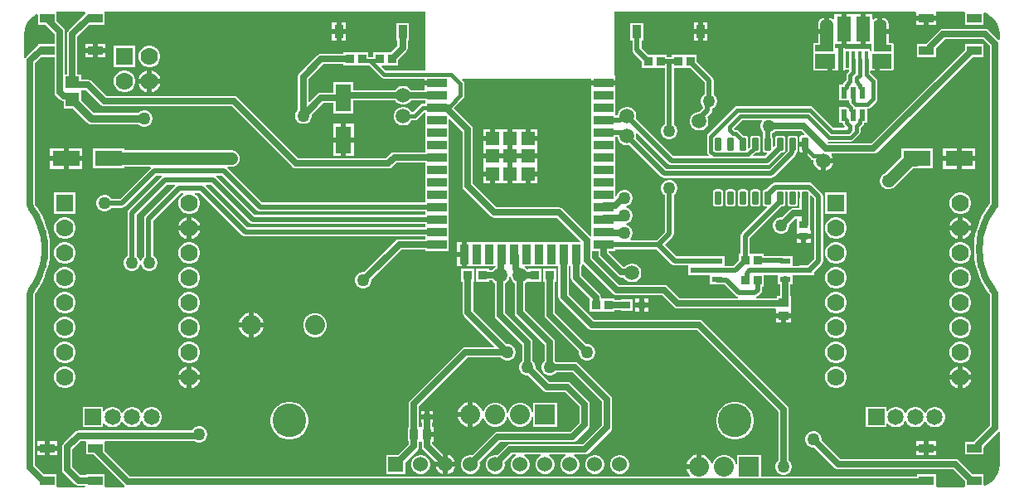
<source format=gtl>
G04*
G04 #@! TF.GenerationSoftware,Altium Limited,Altium Designer,22.0.2 (36)*
G04*
G04 Layer_Physical_Order=1*
G04 Layer_Color=255*
%FSLAX25Y25*%
%MOIN*%
G70*
G04*
G04 #@! TF.SameCoordinates,A5FD766F-ED0D-4258-BB47-254A20FAC7F6*
G04*
G04*
G04 #@! TF.FilePolarity,Positive*
G04*
G01*
G75*
G04:AMPARAMS|DCode=17|XSize=51.58mil|YSize=24.41mil|CornerRadius=3.05mil|HoleSize=0mil|Usage=FLASHONLY|Rotation=270.000|XOffset=0mil|YOffset=0mil|HoleType=Round|Shape=RoundedRectangle|*
%AMROUNDEDRECTD17*
21,1,0.05158,0.01831,0,0,270.0*
21,1,0.04547,0.02441,0,0,270.0*
1,1,0.00610,-0.00915,-0.02274*
1,1,0.00610,-0.00915,0.02274*
1,1,0.00610,0.00915,0.02274*
1,1,0.00610,0.00915,-0.02274*
%
%ADD17ROUNDEDRECTD17*%
%ADD18C,0.05906*%
%ADD19R,0.03543X0.05512*%
%ADD20R,0.03347X0.03740*%
%ADD21R,0.05512X0.04724*%
%ADD22R,0.05512X0.05500*%
%ADD23R,0.03740X0.03740*%
%ADD24R,0.04331X0.02362*%
%ADD25R,0.05236X0.05236*%
%ADD26R,0.03543X0.07874*%
%ADD27R,0.07874X0.03543*%
%ADD28R,0.05906X0.03543*%
%ADD29R,0.05610X0.09843*%
%ADD30R,0.01575X0.06890*%
%ADD31R,0.03150X0.03150*%
%ADD32R,0.02362X0.04724*%
%ADD33R,0.03543X0.03937*%
%ADD34R,0.02559X0.02756*%
%ADD35R,0.11024X0.06299*%
%ADD36R,0.03937X0.03543*%
%ADD37R,0.03543X0.02953*%
%ADD38R,0.06299X0.11024*%
%ADD66O,0.04000X0.05748*%
%ADD69C,0.02500*%
%ADD70C,0.01500*%
%ADD71C,0.02000*%
%ADD72C,0.05000*%
%ADD73C,0.03000*%
%ADD74R,0.07000X0.07000*%
%ADD75C,0.07000*%
%ADD76C,0.08000*%
%ADD77R,0.08000X0.08000*%
%ADD78C,0.06000*%
%ADD79R,0.06000X0.06000*%
%ADD80C,0.06500*%
%ADD81R,0.06500X0.06500*%
%ADD82O,0.04724X0.09449*%
%ADD83C,0.13543*%
%ADD84C,0.05000*%
G36*
X378893Y191656D02*
Y186801D01*
X386398D01*
Y191285D01*
X386806Y191574D01*
X387714Y191257D01*
X389427Y190180D01*
X390857Y188750D01*
X391934Y187037D01*
X392602Y185127D01*
X392833Y183072D01*
Y180827D01*
X392333Y180622D01*
X388478Y184478D01*
X387800Y184931D01*
X387000Y185090D01*
X387000Y185090D01*
X369974D01*
X369974Y185090D01*
X369174Y184931D01*
X368496Y184478D01*
X368496Y184478D01*
X363579Y179561D01*
X363172Y178952D01*
X359602D01*
Y173809D01*
X367107D01*
Y176700D01*
X367147Y176902D01*
X367147Y176902D01*
Y177218D01*
X370839Y180910D01*
X386134D01*
X388910Y178134D01*
Y115484D01*
X388910Y115000D01*
X388913Y114986D01*
X388694Y114576D01*
X388404Y114231D01*
X388290Y114023D01*
X388251Y113973D01*
X388091Y113807D01*
X386363Y111119D01*
X386362Y111117D01*
X386360Y111115D01*
X386348Y111097D01*
X386314Y111008D01*
X386248Y110923D01*
X386197Y110799D01*
X386189Y110788D01*
X386189Y110788D01*
X386187Y110784D01*
X386184Y110768D01*
X386175Y110747D01*
X386090Y110633D01*
X384703Y107721D01*
X384644Y107487D01*
X384628Y107448D01*
X384511Y107241D01*
X383504Y104175D01*
X383491Y104070D01*
X383443Y103954D01*
X383422Y103792D01*
X383373Y103673D01*
X382762Y100502D01*
X382763Y100261D01*
X382758Y100219D01*
X382696Y99986D01*
X382490Y96759D01*
X382506Y96644D01*
X382487Y96503D01*
X382506Y96358D01*
X382491Y96241D01*
X382695Y93023D01*
X382757Y92791D01*
X382764Y92740D01*
X382762Y92500D01*
X383372Y89335D01*
X383421Y89215D01*
X383443Y89051D01*
X383491Y88936D01*
X383504Y88831D01*
X384512Y85762D01*
X384629Y85554D01*
X384643Y85520D01*
X384703Y85285D01*
X386079Y82395D01*
X386080Y82395D01*
X386080Y82394D01*
X386093Y82367D01*
X386177Y82254D01*
X386248Y82082D01*
X386312Y81998D01*
X386347Y81911D01*
X388092Y79198D01*
X388252Y79032D01*
X388289Y78984D01*
X388403Y78775D01*
X388814Y78286D01*
X388829Y78274D01*
X388917Y78060D01*
X388910Y78022D01*
Y25716D01*
X382870Y19677D01*
X382464Y19068D01*
X378893D01*
Y13924D01*
X386398D01*
Y16816D01*
X386438Y17018D01*
X386438Y17018D01*
Y17333D01*
X392334Y23228D01*
X392833Y23024D01*
X392833Y9933D01*
X392602Y7878D01*
X391934Y5968D01*
X390857Y4255D01*
X389427Y2825D01*
X387714Y1749D01*
X386806Y1431D01*
X386398Y1720D01*
Y6075D01*
X381849D01*
X376446Y11478D01*
X375768Y11931D01*
X374968Y12090D01*
X374968Y12090D01*
X328866D01*
X321300Y19656D01*
Y20435D01*
X321075Y21274D01*
X320641Y22026D01*
X320026Y22641D01*
X319274Y23075D01*
X318435Y23300D01*
X317565D01*
X316726Y23075D01*
X315974Y22641D01*
X315359Y22026D01*
X314925Y21274D01*
X314700Y20435D01*
Y19566D01*
X314925Y18726D01*
X315359Y17974D01*
X315974Y17359D01*
X316726Y16925D01*
X317565Y16700D01*
X318344D01*
X326522Y8522D01*
X326522Y8522D01*
X327200Y8069D01*
X328000Y7910D01*
X328000Y7910D01*
X374103D01*
X378893Y3120D01*
Y932D01*
X378428Y849D01*
X367572Y849D01*
X367107Y1349D01*
Y6075D01*
X359602D01*
Y5040D01*
X296800D01*
Y13800D01*
X287200D01*
Y10071D01*
X286700Y10005D01*
X286473Y10853D01*
X285841Y11947D01*
X284947Y12841D01*
X283853Y13473D01*
X282632Y13800D01*
X281368D01*
X280147Y13473D01*
X279053Y12841D01*
X278159Y11947D01*
X277527Y10853D01*
X277362Y10238D01*
X276845D01*
X276659Y10930D01*
X276001Y12070D01*
X275070Y13001D01*
X273930Y13659D01*
X273000Y13908D01*
Y9000D01*
X272000D01*
Y8000D01*
X267092D01*
X267341Y7070D01*
X267999Y5930D01*
X268427Y5502D01*
X268235Y5040D01*
X43238D01*
X32965Y15314D01*
Y18888D01*
X32965Y19068D01*
X33332Y19388D01*
X68711D01*
X68711Y19388D01*
X68906Y19427D01*
X68974Y19359D01*
X69726Y18925D01*
X70565Y18700D01*
X71434D01*
X72274Y18925D01*
X73026Y19359D01*
X73641Y19974D01*
X74075Y20726D01*
X74300Y21565D01*
Y22434D01*
X74075Y23274D01*
X73641Y24026D01*
X73026Y24641D01*
X72274Y25075D01*
X71434Y25300D01*
X70565D01*
X69726Y25075D01*
X68974Y24641D01*
X68359Y24026D01*
X68095Y23569D01*
X22478D01*
X21678Y23409D01*
X21000Y22956D01*
X21000Y22956D01*
X16522Y18478D01*
X16069Y17800D01*
X15910Y17000D01*
X15910Y17000D01*
Y8000D01*
X15910Y8000D01*
X16069Y7200D01*
X16522Y6522D01*
X21018Y2026D01*
X21018Y2026D01*
X21696Y1573D01*
X22496Y1414D01*
X25106D01*
X25137Y1382D01*
X25024Y962D01*
X24869Y848D01*
X14139Y848D01*
X13674Y1348D01*
Y6075D01*
X8739D01*
X5090Y9724D01*
Y78539D01*
X5084Y78572D01*
X5177Y78798D01*
X5308Y78959D01*
X5317Y78983D01*
X5480Y79197D01*
X5481Y79198D01*
X7225Y81910D01*
X7260Y81998D01*
X7324Y82082D01*
X7396Y82256D01*
X7480Y82368D01*
X8866Y85278D01*
X8924Y85510D01*
X8945Y85561D01*
X9061Y85766D01*
X10066Y88823D01*
X10079Y88930D01*
X10129Y89051D01*
X10151Y89218D01*
X10200Y89338D01*
X10810Y92503D01*
X10809Y92743D01*
X10815Y92794D01*
X10877Y93024D01*
X11081Y96240D01*
X11066Y96357D01*
X11085Y96502D01*
X11065Y96648D01*
X11081Y96766D01*
X10877Y99980D01*
X10815Y100211D01*
X10808Y100269D01*
X10809Y100507D01*
X10200Y103668D01*
X10151Y103789D01*
X10129Y103954D01*
X10081Y104070D01*
X10068Y104175D01*
X9061Y107239D01*
X8945Y107444D01*
X8922Y107500D01*
X8864Y107731D01*
X7482Y110631D01*
X7397Y110745D01*
X7324Y110923D01*
X7258Y111008D01*
X7224Y111097D01*
X5481Y113807D01*
X5480Y113807D01*
X5178Y114206D01*
X5084Y114433D01*
X5090Y114466D01*
Y171465D01*
X7434Y173809D01*
X12910D01*
Y159664D01*
X12910Y159664D01*
X13069Y158865D01*
X13522Y158186D01*
X14987Y156722D01*
X14987Y156722D01*
X15665Y156269D01*
X16444Y156114D01*
Y153150D01*
X20240D01*
X26048Y147342D01*
X26048Y147342D01*
X26809Y146833D01*
X27706Y146655D01*
X46678D01*
X46974Y146359D01*
X47726Y145925D01*
X48566Y145700D01*
X49434D01*
X50274Y145925D01*
X51026Y146359D01*
X51641Y146974D01*
X52075Y147726D01*
X52300Y148566D01*
Y149434D01*
X52075Y150274D01*
X51641Y151026D01*
X51026Y151641D01*
X50274Y152075D01*
X49434Y152300D01*
X48566D01*
X47726Y152075D01*
X46974Y151641D01*
X46678Y151345D01*
X28677D01*
X23556Y156466D01*
Y160250D01*
X23953Y160498D01*
X25546D01*
X31522Y154522D01*
X31522Y154522D01*
X32200Y154069D01*
X33000Y153910D01*
X84134D01*
X108522Y129522D01*
X109200Y129069D01*
X110000Y128910D01*
X110000Y128910D01*
X147000D01*
X147000Y128910D01*
X147800Y129069D01*
X148478Y129522D01*
X150324Y131369D01*
X161798D01*
Y125887D01*
Y120887D01*
Y115294D01*
X96302D01*
X82424Y129172D01*
X82602Y129672D01*
X84000D01*
X84216Y129700D01*
X84434D01*
X84645Y129756D01*
X84861Y129785D01*
X85063Y129868D01*
X85274Y129925D01*
X85463Y130034D01*
X85664Y130117D01*
X85837Y130250D01*
X86026Y130359D01*
X86181Y130514D01*
X86354Y130646D01*
X86486Y130819D01*
X86641Y130974D01*
X86750Y131163D01*
X86883Y131336D01*
X86966Y131537D01*
X87075Y131726D01*
X87132Y131937D01*
X87215Y132139D01*
X87243Y132355D01*
X87300Y132566D01*
Y132784D01*
X87328Y133000D01*
X87300Y133216D01*
Y133434D01*
X87243Y133645D01*
X87215Y133861D01*
X87132Y134063D01*
X87075Y134274D01*
X86966Y134463D01*
X86883Y134664D01*
X86750Y134837D01*
X86641Y135026D01*
X86486Y135180D01*
X86354Y135354D01*
X86181Y135486D01*
X86026Y135641D01*
X85837Y135750D01*
X85664Y135882D01*
X85463Y135966D01*
X85274Y136075D01*
X85063Y136132D01*
X84861Y136215D01*
X84645Y136243D01*
X84434Y136300D01*
X84216D01*
X84000Y136328D01*
X40776D01*
Y136950D01*
X28153D01*
Y129050D01*
X40776D01*
Y129672D01*
X51398D01*
X51576Y129172D01*
X39240Y116835D01*
X35751D01*
X35641Y117026D01*
X35026Y117641D01*
X34274Y118075D01*
X33434Y118300D01*
X32566D01*
X31726Y118075D01*
X30974Y117641D01*
X30359Y117026D01*
X29925Y116274D01*
X29700Y115434D01*
Y114566D01*
X29925Y113726D01*
X30359Y112974D01*
X30974Y112359D01*
X31726Y111925D01*
X32566Y111700D01*
X33434D01*
X34274Y111925D01*
X35026Y112359D01*
X35641Y112974D01*
X35751Y113165D01*
X40000D01*
X40702Y113304D01*
X41298Y113702D01*
X53760Y126165D01*
X55951D01*
X56103Y125665D01*
X56002Y125598D01*
X42702Y112298D01*
X42304Y111702D01*
X42165Y111000D01*
Y93751D01*
X41974Y93641D01*
X41359Y93026D01*
X40925Y92274D01*
X40700Y91435D01*
Y90566D01*
X40925Y89726D01*
X41359Y88974D01*
X41974Y88359D01*
X42726Y87925D01*
X43566Y87700D01*
X44434D01*
X45274Y87925D01*
X46026Y88359D01*
X46641Y88974D01*
X47075Y89726D01*
X47241Y90346D01*
X47759D01*
X47925Y89726D01*
X48359Y88974D01*
X48974Y88359D01*
X49726Y87925D01*
X50566Y87700D01*
X51434D01*
X52274Y87925D01*
X53026Y88359D01*
X53641Y88974D01*
X54075Y89726D01*
X54300Y90566D01*
Y91435D01*
X54075Y92274D01*
X53641Y93026D01*
X53026Y93641D01*
X52525Y93930D01*
Y107929D01*
X63760Y119165D01*
X64613D01*
X64748Y118665D01*
X64360Y118441D01*
X63559Y117640D01*
X62993Y116660D01*
X62700Y115566D01*
Y114434D01*
X62993Y113340D01*
X63559Y112360D01*
X64360Y111559D01*
X65340Y110993D01*
X66434Y110700D01*
X67566D01*
X68660Y110993D01*
X69640Y111559D01*
X70441Y112360D01*
X71007Y113340D01*
X71300Y114434D01*
Y115566D01*
X71007Y116660D01*
X70441Y117640D01*
X69640Y118441D01*
X69253Y118665D01*
X69387Y119165D01*
X71240D01*
X88244Y102161D01*
X88839Y101763D01*
X89541Y101623D01*
X161798D01*
Y100549D01*
X151459D01*
X151459Y100549D01*
X150659Y100390D01*
X149981Y99937D01*
X137344Y87300D01*
X136566D01*
X135726Y87075D01*
X134974Y86641D01*
X134359Y86026D01*
X133925Y85274D01*
X133700Y84434D01*
Y83565D01*
X133925Y82726D01*
X134359Y81974D01*
X134974Y81359D01*
X135726Y80925D01*
X136566Y80700D01*
X137434D01*
X138274Y80925D01*
X139026Y81359D01*
X139641Y81974D01*
X140075Y82726D01*
X140300Y83565D01*
Y84344D01*
X152324Y96368D01*
X161798D01*
Y95887D01*
X171272D01*
Y100887D01*
Y105887D01*
Y110887D01*
Y115887D01*
Y120887D01*
Y125887D01*
Y130887D01*
Y135887D01*
Y140887D01*
Y145887D01*
Y148720D01*
X171734Y148912D01*
X176910Y143736D01*
Y122000D01*
X176910Y122000D01*
X177069Y121200D01*
X177522Y120522D01*
X188248Y109796D01*
X188248Y109796D01*
X188926Y109343D01*
X189726Y109184D01*
X214861D01*
X224323Y99721D01*
X224132Y99259D01*
X180272D01*
Y99459D01*
X178500D01*
Y94522D01*
Y89585D01*
X180272D01*
Y89785D01*
X190160D01*
Y89271D01*
X189696Y89003D01*
X188997Y88304D01*
X188874Y88090D01*
X187670D01*
Y88670D01*
X182330D01*
Y83330D01*
X187670D01*
Y83910D01*
X188874D01*
X188997Y83696D01*
X189696Y82997D01*
X189910Y82873D01*
Y70000D01*
X189910Y70000D01*
X190069Y69200D01*
X190522Y68522D01*
X200910Y58134D01*
Y51577D01*
X200359Y51026D01*
X199925Y50274D01*
X199700Y49434D01*
Y48566D01*
X199925Y47726D01*
X200359Y46974D01*
X200974Y46359D01*
X201726Y45925D01*
X202566Y45700D01*
X203344D01*
X209522Y39522D01*
X210200Y39069D01*
X211000Y38910D01*
X211000Y38910D01*
X218134D01*
X223910Y33134D01*
Y26866D01*
X220134Y23090D01*
X191000D01*
X191000Y23090D01*
X190200Y22931D01*
X189522Y22478D01*
X180771Y13727D01*
X180500Y13800D01*
X179500D01*
X178533Y13541D01*
X177667Y13041D01*
X176959Y12333D01*
X176459Y11467D01*
X176200Y10500D01*
Y9500D01*
X176459Y8533D01*
X176959Y7667D01*
X177667Y6959D01*
X178533Y6459D01*
X179500Y6200D01*
X180500D01*
X181467Y6459D01*
X182333Y6959D01*
X183041Y7667D01*
X183541Y8533D01*
X183800Y9500D01*
Y10500D01*
X183727Y10771D01*
X191866Y18910D01*
X221000D01*
X221000Y18910D01*
X221800Y19069D01*
X222478Y19522D01*
X227478Y24522D01*
X227478Y24522D01*
X227931Y25200D01*
X228090Y26000D01*
X228090Y26000D01*
Y34000D01*
X227931Y34800D01*
X227478Y35478D01*
X227478Y35478D01*
X220478Y42478D01*
X219800Y42931D01*
X219000Y43090D01*
X219000Y43090D01*
X211866D01*
X206300Y48656D01*
Y49434D01*
X206075Y50274D01*
X205641Y51026D01*
X205090Y51577D01*
Y59000D01*
X205090Y59000D01*
X204931Y59800D01*
X204478Y60478D01*
X194090Y70866D01*
Y82873D01*
X194304Y82997D01*
X195003Y83696D01*
X195497Y84552D01*
X195753Y85506D01*
X196247D01*
X196503Y84552D01*
X196997Y83696D01*
X197696Y82997D01*
X197910Y82873D01*
Y71000D01*
X197910Y71000D01*
X198069Y70200D01*
X198522Y69522D01*
X209910Y58134D01*
Y51577D01*
X209359Y51026D01*
X208925Y50274D01*
X208700Y49434D01*
Y48566D01*
X208925Y47726D01*
X209359Y46974D01*
X209974Y46359D01*
X210726Y45925D01*
X211565Y45700D01*
X212435D01*
X213274Y45925D01*
X214026Y46359D01*
X214577Y46910D01*
X221134D01*
X232910Y35134D01*
Y25866D01*
X225134Y18090D01*
X196000D01*
X195200Y17931D01*
X194522Y17478D01*
X190771Y13727D01*
X190500Y13800D01*
X189500D01*
X188533Y13541D01*
X187667Y13041D01*
X186959Y12333D01*
X186459Y11467D01*
X186200Y10500D01*
Y9500D01*
X186459Y8533D01*
X186959Y7667D01*
X187667Y6959D01*
X188533Y6459D01*
X189500Y6200D01*
X190500D01*
X191467Y6459D01*
X192333Y6959D01*
X193041Y7667D01*
X193541Y8533D01*
X193800Y9500D01*
Y10500D01*
X193727Y10771D01*
X196866Y13910D01*
X198172D01*
X198306Y13410D01*
X197667Y13041D01*
X196959Y12333D01*
X196459Y11467D01*
X196200Y10500D01*
Y9500D01*
X196459Y8533D01*
X196959Y7667D01*
X197667Y6959D01*
X198533Y6459D01*
X199500Y6200D01*
X200500D01*
X201467Y6459D01*
X202333Y6959D01*
X203041Y7667D01*
X203541Y8533D01*
X203800Y9500D01*
Y10500D01*
X203541Y11467D01*
X203041Y12333D01*
X202333Y13041D01*
X201694Y13410D01*
X201828Y13910D01*
X208172D01*
X208306Y13410D01*
X207667Y13041D01*
X206959Y12333D01*
X206459Y11467D01*
X206200Y10500D01*
Y9500D01*
X206459Y8533D01*
X206959Y7667D01*
X207667Y6959D01*
X208533Y6459D01*
X209500Y6200D01*
X210500D01*
X211467Y6459D01*
X212333Y6959D01*
X213041Y7667D01*
X213541Y8533D01*
X213800Y9500D01*
Y10500D01*
X213541Y11467D01*
X213041Y12333D01*
X212333Y13041D01*
X211694Y13410D01*
X211828Y13910D01*
X218172D01*
X218306Y13410D01*
X217667Y13041D01*
X216959Y12333D01*
X216459Y11467D01*
X216200Y10500D01*
Y9500D01*
X216459Y8533D01*
X216959Y7667D01*
X217667Y6959D01*
X218533Y6459D01*
X219500Y6200D01*
X220500D01*
X221467Y6459D01*
X222333Y6959D01*
X223041Y7667D01*
X223541Y8533D01*
X223800Y9500D01*
Y10500D01*
X223541Y11467D01*
X223041Y12333D01*
X222333Y13041D01*
X221694Y13410D01*
X221828Y13910D01*
X226000D01*
X226000Y13910D01*
X226800Y14069D01*
X227478Y14522D01*
X236478Y23522D01*
X236478Y23522D01*
X236931Y24200D01*
X237090Y25000D01*
Y36000D01*
X237090Y36000D01*
X236931Y36800D01*
X236478Y37478D01*
X236478Y37478D01*
X223478Y50478D01*
X222800Y50931D01*
X222000Y51090D01*
X222000Y51090D01*
X214577D01*
X214090Y51577D01*
Y59000D01*
X213931Y59800D01*
X213478Y60478D01*
X213478Y60478D01*
X202090Y71866D01*
Y82873D01*
X202304Y82997D01*
X202877Y83570D01*
X203377Y83392D01*
Y83330D01*
X208717D01*
Y88670D01*
X203377D01*
Y88608D01*
X202877Y88430D01*
X202304Y89003D01*
X201816Y89285D01*
X201950Y89785D01*
X215410D01*
Y77500D01*
X215410Y77500D01*
X215569Y76700D01*
X216022Y76022D01*
X227522Y64522D01*
X228200Y64069D01*
X229000Y63910D01*
X229000Y63910D01*
X271134D01*
X303910Y31134D01*
Y11577D01*
X303359Y11026D01*
X302925Y10274D01*
X302700Y9434D01*
Y8566D01*
X302925Y7726D01*
X303359Y6974D01*
X303974Y6359D01*
X304726Y5925D01*
X305566Y5700D01*
X306434D01*
X307274Y5925D01*
X308026Y6359D01*
X308641Y6974D01*
X309075Y7726D01*
X309300Y8566D01*
Y9434D01*
X309075Y10274D01*
X308641Y11026D01*
X308090Y11577D01*
Y32000D01*
X308090Y32000D01*
X307931Y32800D01*
X307478Y33478D01*
X307478Y33478D01*
X273478Y67478D01*
X272800Y67931D01*
X272000Y68090D01*
X272000Y68090D01*
X229866D01*
X219590Y78366D01*
Y89785D01*
X220410D01*
Y85138D01*
X220410Y85138D01*
X220569Y84338D01*
X221022Y83660D01*
X227662Y77020D01*
X227968Y76670D01*
X227968D01*
X227968Y76670D01*
Y71330D01*
X232586D01*
X232914Y71330D01*
X233414Y71330D01*
X238032D01*
Y71910D01*
X240672D01*
Y71625D01*
X245422D01*
Y76375D01*
X240672D01*
Y76090D01*
X238032D01*
Y76670D01*
X232885Y76670D01*
X232531Y77024D01*
Y77197D01*
X232531Y77197D01*
X232372Y77997D01*
X231919Y78675D01*
X224590Y86004D01*
Y89785D01*
X225072D01*
Y90385D01*
X225175Y90417D01*
X225572Y90472D01*
X237522Y78522D01*
X237522Y78522D01*
X238200Y78069D01*
X239000Y77910D01*
X239000Y77910D01*
X257134D01*
X261865Y73180D01*
X261865Y73179D01*
X262543Y72726D01*
X263343Y72567D01*
X263343Y72567D01*
X302577D01*
X303031Y72457D01*
Y70685D01*
X308968D01*
Y72457D01*
X308769D01*
Y77572D01*
X308759D01*
Y82279D01*
X309635D01*
Y86165D01*
X312365D01*
Y86019D01*
X318296D01*
Y87386D01*
X321298Y90387D01*
X321696Y90983D01*
X321835Y91685D01*
Y117839D01*
X321696Y118542D01*
X321298Y119137D01*
X317585Y122850D01*
X316990Y123248D01*
X316287Y123387D01*
X302520D01*
X301818Y123248D01*
X301223Y122850D01*
X298947Y120574D01*
X298585D01*
X298153Y120488D01*
X297788Y120244D01*
X297544Y119878D01*
X297458Y119447D01*
Y114900D01*
X297544Y114468D01*
X297788Y114103D01*
X298153Y113859D01*
X298585Y113773D01*
X299209D01*
X299400Y113311D01*
X289143Y103054D01*
X288745Y102458D01*
X288606Y101756D01*
Y94670D01*
X287968D01*
Y92122D01*
X285681Y89835D01*
X282296D01*
Y93721D01*
X276365D01*
Y93575D01*
X263020D01*
X258271Y98325D01*
X261298Y101352D01*
X261696Y101947D01*
X261835Y102650D01*
Y118249D01*
X262026Y118359D01*
X262641Y118974D01*
X263075Y119726D01*
X263300Y120566D01*
Y121434D01*
X263075Y122274D01*
X262641Y123026D01*
X262026Y123641D01*
X261274Y124075D01*
X260435Y124300D01*
X259565D01*
X258726Y124075D01*
X257974Y123641D01*
X257359Y123026D01*
X256925Y122274D01*
X256700Y121434D01*
Y120566D01*
X256925Y119726D01*
X257359Y118974D01*
X257974Y118359D01*
X258165Y118249D01*
Y103410D01*
X254915Y100160D01*
X244534D01*
X244327Y100660D01*
X244641Y100974D01*
X245075Y101726D01*
X245300Y102566D01*
Y103434D01*
X245075Y104274D01*
X244641Y105026D01*
X244026Y105641D01*
X243274Y106075D01*
X242654Y106241D01*
Y106759D01*
X243274Y106925D01*
X244026Y107359D01*
X244641Y107974D01*
X245075Y108726D01*
X245300Y109566D01*
Y110434D01*
X245075Y111274D01*
X244641Y112026D01*
X244026Y112641D01*
X243274Y113075D01*
X242654Y113241D01*
Y113759D01*
X243274Y113925D01*
X244026Y114359D01*
X244641Y114974D01*
X245075Y115726D01*
X245300Y116566D01*
Y117434D01*
X245075Y118274D01*
X244641Y119026D01*
X244026Y119641D01*
X243274Y120075D01*
X242435Y120300D01*
X241565D01*
X240726Y120075D01*
X239974Y119641D01*
X239359Y119026D01*
X238925Y118274D01*
X238759Y117654D01*
X238702Y117635D01*
X238202Y117994D01*
Y120887D01*
Y125887D01*
Y130887D01*
Y135887D01*
Y141623D01*
X239247D01*
Y141506D01*
X239503Y140551D01*
X239997Y139696D01*
X240696Y138997D01*
X241551Y138503D01*
X242506Y138247D01*
X243494D01*
X244017Y138387D01*
X256702Y125702D01*
X257298Y125304D01*
X258000Y125165D01*
X301000D01*
X301702Y125304D01*
X302298Y125702D01*
X310577Y133982D01*
X310975Y134577D01*
X311115Y135280D01*
Y135691D01*
X311212Y135756D01*
X311456Y136122D01*
X311542Y136553D01*
Y141100D01*
X311456Y141532D01*
X311212Y141897D01*
X310846Y142141D01*
X310415Y142227D01*
X308585D01*
X308154Y142141D01*
X307788Y141897D01*
X307544Y141532D01*
X307458Y141100D01*
Y138675D01*
X307444Y138606D01*
Y136040D01*
X300240Y128835D01*
X258760D01*
X246613Y140983D01*
X246753Y141506D01*
Y142494D01*
X246588Y143110D01*
X247036Y143368D01*
X259554Y130850D01*
X260150Y130453D01*
X260852Y130313D01*
X299180D01*
X299882Y130453D01*
X300477Y130850D01*
X305053Y135426D01*
X305415D01*
X305847Y135512D01*
X306212Y135756D01*
X306456Y136122D01*
X306542Y136553D01*
Y141100D01*
X306456Y141532D01*
X306212Y141897D01*
X305847Y142141D01*
X305415Y142227D01*
X303585D01*
X303153Y142141D01*
X302788Y141897D01*
X302544Y141532D01*
X302458Y141100D01*
Y138022D01*
X302004Y137568D01*
X301542Y137759D01*
Y141100D01*
X301456Y141532D01*
X301335Y141713D01*
Y142960D01*
X302026Y143359D01*
X302577Y143910D01*
X313134D01*
X314151Y142893D01*
X313960Y142431D01*
X313585D01*
X313075Y142330D01*
X312644Y142041D01*
X312355Y141610D01*
X312254Y141100D01*
Y139827D01*
X314500D01*
Y138827D01*
X315500D01*
Y134233D01*
X316851Y132882D01*
X317364Y132540D01*
X317969Y132420D01*
X318047D01*
Y131480D01*
X318317Y130474D01*
X318837Y129573D01*
X319573Y128837D01*
X320474Y128317D01*
X321000Y128176D01*
Y132000D01*
X322000D01*
Y133000D01*
X325824D01*
X325683Y133526D01*
X325173Y134410D01*
X325237Y134676D01*
X325333Y134910D01*
X342084D01*
X342084Y134910D01*
X342884Y135069D01*
X343562Y135522D01*
X381849Y173809D01*
X386398D01*
Y178952D01*
X378893D01*
Y176765D01*
X341218Y139090D01*
X323874D01*
X323569Y139467D01*
X323788Y139875D01*
X324240Y139785D01*
X332907D01*
X333512Y139906D01*
X334024Y140248D01*
X336368Y142591D01*
X336710Y143104D01*
X336830Y143709D01*
Y145332D01*
X337849Y146351D01*
X338191Y146863D01*
X338280Y147310D01*
X339721D01*
Y153094D01*
X340267Y153202D01*
X340780Y153545D01*
X343117Y155883D01*
X343460Y156395D01*
X343580Y157000D01*
Y164000D01*
X343460Y164605D01*
X343117Y165118D01*
X340699Y167536D01*
Y168156D01*
X341158Y168437D01*
X341199Y168437D01*
X341480Y168381D01*
X342505D01*
X342547Y168364D01*
Y169197D01*
X341480D01*
Y174945D01*
X349354D01*
Y169197D01*
X344547D01*
Y168364D01*
X344589Y168381D01*
X349354D01*
X349667Y168443D01*
X349931Y168620D01*
X350108Y168885D01*
X350170Y169197D01*
Y174945D01*
X350108Y175257D01*
X349988Y175437D01*
X350108Y175617D01*
X350170Y175929D01*
Y178685D01*
X350108Y178997D01*
X349931Y179262D01*
X349667Y179439D01*
X349354Y179501D01*
X348103D01*
Y181512D01*
X348120Y181638D01*
Y183000D01*
X347287D01*
Y178685D01*
X349354D01*
Y175929D01*
X342169D01*
Y187150D01*
X342172Y187232D01*
X342178Y187314D01*
X342189Y187396D01*
X342204Y187477D01*
X342223Y187557D01*
X342246Y187636D01*
X342274Y187714D01*
X342305Y187790D01*
X342341Y187865D01*
X342380Y187937D01*
X342423Y188007D01*
X342470Y188075D01*
X342520Y188141D01*
X342574Y188203D01*
X342631Y188263D01*
X342690Y188320D01*
X342753Y188373D01*
X342818Y188424D01*
X342886Y188470D01*
X342957Y188513D01*
X343029Y188553D01*
X343104Y188588D01*
X343180Y188620D01*
X343257Y188647D01*
X343337Y188671D01*
X343417Y188690D01*
X343498Y188705D01*
X343580Y188716D01*
X343662Y188722D01*
X343728Y188724D01*
Y189587D01*
X343602Y189535D01*
X343598Y189535D01*
X343515Y189529D01*
X343495Y189523D01*
X343473Y189524D01*
X343391Y189514D01*
X343371Y189507D01*
X343349Y189507D01*
X343268Y189492D01*
X343248Y189484D01*
X343226Y189483D01*
X343146Y189464D01*
X343126Y189455D01*
X343105Y189453D01*
X343026Y189429D01*
X343007Y189419D01*
X342985Y189416D01*
X342908Y189389D01*
X342889Y189378D01*
X342868Y189373D01*
X342792Y189342D01*
X342773Y189330D01*
X342752Y189324D01*
X342678Y189289D01*
X342661Y189276D01*
X342640Y189270D01*
X342567Y189230D01*
X342551Y189216D01*
X342530Y189209D01*
X342460Y189166D01*
X342444Y189151D01*
X342424Y189143D01*
X342356Y189096D01*
X342341Y189080D01*
X342322Y189071D01*
X342256Y189021D01*
X342242Y189004D01*
X342223Y188994D01*
X342161Y188940D01*
X342147Y188923D01*
X342129Y188912D01*
X342094Y188879D01*
X341891Y188898D01*
X341650Y189017D01*
X341595Y189069D01*
Y190905D01*
X338789D01*
Y184984D01*
Y179063D01*
X341354D01*
Y176173D01*
X341206Y176085D01*
X340706Y176369D01*
Y177123D01*
X330669D01*
Y177323D01*
X329882D01*
Y177123D01*
X329853D01*
Y172878D01*
Y168633D01*
X329882D01*
Y168433D01*
X330669D01*
Y168633D01*
X332227D01*
X332357Y168133D01*
X331632Y167409D01*
X331290Y166896D01*
X331170Y166291D01*
Y164668D01*
X330151Y163649D01*
X329809Y163137D01*
X329720Y162690D01*
X328279D01*
Y156365D01*
X332420D01*
Y155720D01*
X332540Y155115D01*
X332882Y154603D01*
X333189Y154297D01*
X332997Y153835D01*
X331819D01*
Y153635D01*
X328279D01*
Y147310D01*
X329720D01*
X329809Y146863D01*
X330151Y146351D01*
X330594Y145908D01*
X330403Y145446D01*
X325931D01*
X317709Y153667D01*
X317196Y154010D01*
X316592Y154130D01*
X287411D01*
X286806Y154010D01*
X286293Y153667D01*
X275612Y142986D01*
X275270Y142474D01*
X275149Y141869D01*
Y135785D01*
X275270Y135180D01*
X275612Y134667D01*
X275834Y134445D01*
X275643Y133983D01*
X261612D01*
X246613Y148983D01*
X246753Y149506D01*
Y150494D01*
X246497Y151449D01*
X246003Y152304D01*
X245304Y153003D01*
X244448Y153497D01*
X243494Y153753D01*
X242506D01*
X241551Y153497D01*
X240696Y153003D01*
X239997Y152304D01*
X239503Y151449D01*
X239247Y150494D01*
Y150294D01*
X238202D01*
Y155887D01*
Y160687D01*
X238402D01*
Y162459D01*
X228528D01*
Y160687D01*
X228728D01*
Y155887D01*
Y150887D01*
Y145887D01*
Y140887D01*
Y135887D01*
Y130887D01*
Y125887D01*
Y120887D01*
Y115887D01*
Y110887D01*
Y105887D01*
Y101936D01*
X228228Y101728D01*
X217204Y112752D01*
X216526Y113205D01*
X215726Y113364D01*
X215726Y113364D01*
X190592D01*
X181090Y122866D01*
Y144602D01*
X181090Y144602D01*
X180931Y145402D01*
X180478Y146080D01*
X180478Y146080D01*
X173251Y153307D01*
X177118Y157174D01*
X177460Y157686D01*
X177580Y158291D01*
Y163000D01*
X177460Y163605D01*
X177118Y164118D01*
X176697Y164538D01*
X176888Y165000D01*
X228528D01*
Y164459D01*
X238402D01*
Y166230D01*
X238000D01*
Y192156D01*
X358907Y192157D01*
X359402Y191656D01*
Y190373D01*
X363354D01*
X367307D01*
X367307Y192145D01*
X367802Y192157D01*
X378481Y192157D01*
X378893Y191656D01*
D02*
G37*
G36*
X6168Y190895D02*
Y189629D01*
X6111Y189343D01*
X6168Y189058D01*
Y186801D01*
X9274D01*
X12910Y183166D01*
Y178953D01*
X6168D01*
Y178298D01*
X5695Y177982D01*
X5695Y177982D01*
X1522Y173809D01*
X1238Y173384D01*
X738Y173536D01*
X738Y183071D01*
X970Y185127D01*
X1638Y187037D01*
X2714Y188750D01*
X4145Y190180D01*
X5668Y191137D01*
X6168Y190895D01*
D02*
G37*
G36*
X162000Y168361D02*
X145874D01*
X144367Y169868D01*
X144558Y170330D01*
X145914Y170330D01*
X146414Y170330D01*
X151032D01*
Y172714D01*
X154273Y175955D01*
X154726Y176633D01*
X154885Y177433D01*
Y180444D01*
X155367D01*
Y187556D01*
X150224D01*
Y180444D01*
X150705D01*
Y178299D01*
X148076Y175670D01*
X146414D01*
X146086Y175670D01*
X145586Y175670D01*
X140968D01*
Y173833D01*
X139032D01*
Y175670D01*
X134086D01*
Y175670D01*
X133914D01*
Y175670D01*
X128968D01*
Y175090D01*
X120000D01*
X119200Y174931D01*
X118522Y174478D01*
X118522Y174478D01*
X111322Y167278D01*
X110869Y166600D01*
X110710Y165800D01*
X110710Y165800D01*
Y152777D01*
X110159Y152226D01*
X109725Y151474D01*
X109500Y150634D01*
Y149766D01*
X109725Y148926D01*
X110159Y148174D01*
X110774Y147559D01*
X111526Y147125D01*
X112366Y146900D01*
X113234D01*
X114074Y147125D01*
X114826Y147559D01*
X115441Y148174D01*
X115875Y148926D01*
X116100Y149766D01*
Y150544D01*
X120930Y155374D01*
X125050D01*
Y151153D01*
X132950D01*
Y156368D01*
X149873D01*
X149997Y156154D01*
X150696Y155456D01*
X151551Y154962D01*
X152506Y154706D01*
X153494D01*
X154448Y154962D01*
X155304Y155456D01*
X156003Y156154D01*
X156126Y156368D01*
X161798D01*
Y155039D01*
X161010D01*
X160406Y154919D01*
X159893Y154576D01*
X156897Y151580D01*
X156421D01*
X156003Y152304D01*
X155304Y153003D01*
X154448Y153497D01*
X153494Y153753D01*
X152506D01*
X151551Y153497D01*
X150696Y153003D01*
X149997Y152304D01*
X149503Y151449D01*
X149247Y150494D01*
Y149506D01*
X149503Y148551D01*
X149997Y147696D01*
X150696Y146997D01*
X151551Y146503D01*
X152506Y146247D01*
X153494D01*
X154448Y146503D01*
X155304Y146997D01*
X156003Y147696D01*
X156421Y148420D01*
X157552D01*
X158157Y148540D01*
X158669Y148882D01*
X161298Y151512D01*
X161798Y151304D01*
Y145887D01*
Y140887D01*
Y135549D01*
X149459D01*
X148659Y135390D01*
X147981Y134937D01*
X147981Y134937D01*
X146134Y133090D01*
X110866D01*
X86478Y157478D01*
X85800Y157931D01*
X85000Y158090D01*
X85000Y158090D01*
X33866D01*
X27890Y164066D01*
X27212Y164519D01*
X26412Y164678D01*
X26412Y164678D01*
X23556D01*
Y166862D01*
X22090D01*
Y182166D01*
X26726Y186801D01*
X32965D01*
Y191945D01*
X33377Y192156D01*
X162000Y192156D01*
Y168361D01*
D02*
G37*
G36*
X25385Y191746D02*
X25328Y191203D01*
X24986Y190974D01*
X24986Y190974D01*
X18522Y184510D01*
X18069Y183832D01*
X17910Y183032D01*
X17910Y183032D01*
Y166862D01*
X17090D01*
Y184032D01*
X17090Y184032D01*
X16931Y184832D01*
X16478Y185510D01*
X13674Y188314D01*
Y191945D01*
X14086Y192156D01*
X25047Y192156D01*
X25385Y191746D01*
D02*
G37*
G36*
X128968Y170330D02*
X133914D01*
Y170330D01*
X134086D01*
Y170330D01*
X139032D01*
Y170330D01*
X139504Y170261D01*
X144102Y165663D01*
X144615Y165320D01*
X145220Y165200D01*
X161598D01*
Y164459D01*
X166535D01*
Y162459D01*
X161598D01*
Y160687D01*
X161156Y160549D01*
X156126D01*
X156003Y160763D01*
X155304Y161462D01*
X154448Y161956D01*
X153494Y162211D01*
X152506D01*
X151551Y161956D01*
X150696Y161462D01*
X149997Y160763D01*
X149873Y160549D01*
X132950D01*
Y163776D01*
X125050D01*
Y159555D01*
X120065D01*
X120065Y159555D01*
X119265Y159396D01*
X118587Y158943D01*
X115352Y155708D01*
X114890Y155899D01*
Y164934D01*
X120866Y170910D01*
X128968D01*
Y170330D01*
D02*
G37*
G36*
X297185Y148447D02*
X297327Y147970D01*
X296925Y147274D01*
X296700Y146434D01*
Y145566D01*
X296925Y144726D01*
X297359Y143974D01*
X297665Y143668D01*
Y141713D01*
X297544Y141532D01*
X297458Y141100D01*
Y136553D01*
X297544Y136122D01*
X297788Y135756D01*
X298153Y135512D01*
X298585Y135426D01*
X299209D01*
X299400Y134965D01*
X298419Y133983D01*
X293903D01*
X293712Y134445D01*
X294693Y135426D01*
X295415D01*
X295847Y135512D01*
X296212Y135756D01*
X296456Y136122D01*
X296542Y136553D01*
Y141100D01*
X296456Y141532D01*
X296212Y141897D01*
X295847Y142141D01*
X295415Y142227D01*
X293585D01*
X293154Y142141D01*
X292788Y141897D01*
X292544Y141532D01*
X292458Y141100D01*
Y137661D01*
X292004Y137208D01*
X291542Y137399D01*
Y141100D01*
X291456Y141532D01*
X291212Y141897D01*
X290846Y142141D01*
X290415Y142227D01*
X289693D01*
X287847Y144073D01*
X287334Y144416D01*
X286730Y144536D01*
X286368D01*
X285768Y145137D01*
X289101Y148470D01*
X297176D01*
X297185Y148447D01*
D02*
G37*
G36*
X312458Y119297D02*
Y117415D01*
X312410Y117173D01*
Y113090D01*
X310000D01*
X310000Y113090D01*
X309200Y112931D01*
X308522Y112478D01*
X308522Y112478D01*
X305344Y109300D01*
X304566D01*
X303726Y109075D01*
X302974Y108641D01*
X302359Y108026D01*
X301925Y107274D01*
X301700Y106434D01*
Y105566D01*
X301925Y104726D01*
X302359Y103974D01*
X302974Y103359D01*
X303726Y102925D01*
X304566Y102700D01*
X305434D01*
X306274Y102925D01*
X307026Y103359D01*
X307641Y103974D01*
X308075Y104726D01*
X308300Y105566D01*
Y106344D01*
X310866Y108910D01*
X311041D01*
X311428Y108639D01*
Y104114D01*
X311228D01*
Y102638D01*
X314000D01*
X316772D01*
Y104114D01*
X316572D01*
Y106746D01*
X316590Y106839D01*
Y111000D01*
Y117173D01*
X316542Y117415D01*
Y118048D01*
X317004Y118240D01*
X318165Y117079D01*
Y92445D01*
X315701Y89981D01*
X312365D01*
Y89835D01*
X309635D01*
Y93721D01*
X305998D01*
X305425Y93835D01*
X298032D01*
Y94670D01*
X293086D01*
Y94670D01*
X292914D01*
Y94670D01*
X292276D01*
Y100996D01*
X305053Y113773D01*
X305415D01*
X305847Y113859D01*
X306212Y114103D01*
X306456Y114468D01*
X306542Y114900D01*
Y119447D01*
X306756Y119708D01*
X307066D01*
X307458Y119297D01*
Y114900D01*
X307544Y114468D01*
X307788Y114103D01*
X308154Y113859D01*
X308585Y113773D01*
X310415D01*
X310846Y113859D01*
X311212Y114103D01*
X311456Y114468D01*
X311542Y114900D01*
Y119447D01*
X311756Y119708D01*
X312066D01*
X312458Y119297D01*
D02*
G37*
G36*
X94244Y112161D02*
X94839Y111763D01*
X95541Y111623D01*
X161798D01*
Y110294D01*
X93302D01*
X77998Y125598D01*
X77897Y125665D01*
X78049Y126165D01*
X80240D01*
X94244Y112161D01*
D02*
G37*
G36*
X91244Y107161D02*
X91839Y106763D01*
X92541Y106623D01*
X161798D01*
Y105294D01*
X90302D01*
X73631Y121965D01*
X73838Y122465D01*
X75940D01*
X91244Y107161D01*
D02*
G37*
G36*
X61369Y121965D02*
X49392Y109987D01*
X48994Y109392D01*
X48854Y108689D01*
Y93521D01*
X48359Y93026D01*
X47925Y92274D01*
X47759Y91654D01*
X47241D01*
X47075Y92274D01*
X46641Y93026D01*
X46026Y93641D01*
X45835Y93751D01*
Y110240D01*
X58060Y122465D01*
X61162D01*
X61369Y121965D01*
D02*
G37*
G36*
X260962Y90442D02*
X261558Y90045D01*
X262260Y89905D01*
X267704D01*
Y86019D01*
X273635D01*
Y86165D01*
X276365D01*
Y82279D01*
X282126D01*
X286702Y77702D01*
X287298Y77304D01*
X287584Y77248D01*
X287534Y76748D01*
X264208D01*
X259478Y81478D01*
X258800Y81931D01*
X258000Y82090D01*
X258000Y82090D01*
X239866D01*
X229090Y92866D01*
Y95887D01*
X231508D01*
Y94402D01*
X231508Y94402D01*
X231667Y93602D01*
X232120Y92923D01*
X239282Y85762D01*
X239282Y85762D01*
X239961Y85308D01*
X240760Y85149D01*
X241735D01*
X241997Y84696D01*
X242696Y83997D01*
X243551Y83503D01*
X244506Y83247D01*
X245494D01*
X246448Y83503D01*
X247304Y83997D01*
X248003Y84696D01*
X248497Y85552D01*
X248753Y86506D01*
Y87494D01*
X248497Y88449D01*
X248003Y89304D01*
X247304Y90003D01*
X246448Y90497D01*
X245494Y90753D01*
X244506D01*
X243551Y90497D01*
X242696Y90003D01*
X242096Y89403D01*
X241553D01*
X235689Y95267D01*
Y95887D01*
X238202D01*
Y96490D01*
X254915D01*
X260962Y90442D01*
D02*
G37*
G36*
X303704Y82279D02*
X304579D01*
Y77572D01*
X303232D01*
Y76748D01*
X294853D01*
X294804Y77248D01*
X295090Y77304D01*
X295685Y77702D01*
X296857Y78874D01*
X297255Y79469D01*
X297394Y80172D01*
Y81330D01*
X298032D01*
Y86165D01*
X303704D01*
Y82279D01*
D02*
G37*
G36*
X25459Y19068D02*
X25459Y18888D01*
Y13924D01*
X28442D01*
X40895Y1472D01*
X40895Y1472D01*
X41080Y1348D01*
X40928Y848D01*
X33430D01*
X32965Y1348D01*
Y6075D01*
X25459D01*
Y5594D01*
X23362D01*
X20090Y8866D01*
Y16134D01*
X23344Y19388D01*
X25092D01*
X25459Y19068D01*
D02*
G37*
%LPC*%
G36*
X322272Y189587D02*
X322145Y189535D01*
X322141Y189535D01*
X322059Y189529D01*
X322038Y189523D01*
X322016Y189524D01*
X321935Y189514D01*
X321914Y189507D01*
X321892Y189507D01*
X321811Y189492D01*
X321791Y189484D01*
X321769Y189483D01*
X321689Y189464D01*
X321670Y189455D01*
X321648Y189453D01*
X321569Y189429D01*
X321550Y189419D01*
X321529Y189416D01*
X321451Y189389D01*
X321432Y189378D01*
X321411Y189373D01*
X321335Y189342D01*
X321317Y189330D01*
X321296Y189324D01*
X321221Y189289D01*
X321204Y189276D01*
X321183Y189270D01*
X321111Y189230D01*
X321094Y189216D01*
X321074Y189209D01*
X321004Y189166D01*
X320988Y189151D01*
X320968Y189143D01*
X320900Y189096D01*
X320885Y189080D01*
X320865Y189071D01*
X320800Y189021D01*
X320785Y189004D01*
X320767Y188994D01*
X320704Y188940D01*
X320690Y188923D01*
X320672Y188912D01*
X320612Y188855D01*
X320600Y188837D01*
X320582Y188825D01*
X320526Y188765D01*
X320514Y188747D01*
X320497Y188733D01*
X320443Y188670D01*
X320433Y188652D01*
X320416Y188637D01*
X320366Y188572D01*
X320357Y188552D01*
X320341Y188537D01*
X320294Y188469D01*
X320286Y188449D01*
X320271Y188434D01*
X320228Y188363D01*
X320221Y188343D01*
X320207Y188326D01*
X320167Y188254D01*
X320161Y188233D01*
X320148Y188216D01*
X320112Y188141D01*
X320107Y188120D01*
X320095Y188102D01*
X320064Y188026D01*
X320059Y188005D01*
X320048Y187986D01*
X320021Y187909D01*
X320018Y187887D01*
X320008Y187868D01*
X319984Y187789D01*
X319982Y187767D01*
X319973Y187748D01*
X319954Y187668D01*
X319953Y187646D01*
X319945Y187626D01*
X319930Y187545D01*
X319930Y187523D01*
X319923Y187502D01*
X319913Y187421D01*
X319914Y187399D01*
X319908Y187378D01*
X319902Y187296D01*
X319904Y187275D01*
X319899Y187253D01*
X319897Y187171D01*
X319899Y187160D01*
X319897Y187150D01*
Y186488D01*
X319880Y186362D01*
Y185000D01*
X320713D01*
Y187150D01*
X320715Y187232D01*
X320721Y187314D01*
X320732Y187396D01*
X320747Y187477D01*
X320766Y187557D01*
X320790Y187636D01*
X320817Y187714D01*
X320849Y187790D01*
X320884Y187865D01*
X320924Y187937D01*
X320967Y188007D01*
X321013Y188075D01*
X321063Y188141D01*
X321117Y188203D01*
X321174Y188263D01*
X321234Y188320D01*
X321296Y188373D01*
X321362Y188424D01*
X321430Y188470D01*
X321500Y188513D01*
X321572Y188553D01*
X321647Y188588D01*
X321723Y188620D01*
X321801Y188647D01*
X321880Y188671D01*
X321960Y188690D01*
X322041Y188705D01*
X322123Y188716D01*
X322205Y188722D01*
X322272Y188724D01*
Y189587D01*
D02*
G37*
G36*
X329211Y190905D02*
X326406D01*
Y189069D01*
X326350Y189017D01*
X326109Y188898D01*
X325905Y188879D01*
X325871Y188912D01*
X325853Y188923D01*
X325839Y188940D01*
X325777Y188994D01*
X325758Y189004D01*
X325744Y189021D01*
X325678Y189071D01*
X325659Y189080D01*
X325644Y189096D01*
X325576Y189143D01*
X325556Y189151D01*
X325540Y189166D01*
X325469Y189209D01*
X325449Y189216D01*
X325432Y189230D01*
X325360Y189270D01*
X325339Y189276D01*
X325322Y189289D01*
X325248Y189324D01*
X325227Y189330D01*
X325208Y189342D01*
X325132Y189373D01*
X325111Y189378D01*
X325093Y189389D01*
X325015Y189416D01*
X324993Y189419D01*
X324974Y189429D01*
X324895Y189453D01*
X324874Y189455D01*
X324854Y189464D01*
X324774Y189483D01*
X324752Y189484D01*
X324732Y189492D01*
X324651Y189507D01*
X324629Y189507D01*
X324609Y189514D01*
X324527Y189524D01*
X324505Y189523D01*
X324484Y189529D01*
X324402Y189535D01*
X324398Y189535D01*
X324272Y189587D01*
Y188724D01*
X324338Y188722D01*
X324420Y188716D01*
X324502Y188705D01*
X324583Y188690D01*
X324663Y188671D01*
X324743Y188647D01*
X324820Y188620D01*
X324896Y188588D01*
X324971Y188553D01*
X325043Y188513D01*
X325114Y188470D01*
X325182Y188424D01*
X325247Y188373D01*
X325310Y188320D01*
X325370Y188263D01*
X325426Y188203D01*
X325480Y188141D01*
X325530Y188075D01*
X325577Y188007D01*
X325620Y187937D01*
X325659Y187865D01*
X325695Y187790D01*
X325726Y187714D01*
X325754Y187636D01*
X325777Y187557D01*
X325796Y187477D01*
X325811Y187396D01*
X325822Y187314D01*
X325829Y187232D01*
X325831Y187150D01*
Y175929D01*
X318646D01*
Y178685D01*
X320713D01*
Y183000D01*
X319880D01*
Y181638D01*
X319897Y181512D01*
Y179501D01*
X318646D01*
X318334Y179439D01*
X318069Y179262D01*
X317892Y178997D01*
X317830Y178685D01*
Y175929D01*
X317892Y175617D01*
X318012Y175437D01*
X317892Y175257D01*
X317830Y174945D01*
Y169197D01*
X317892Y168885D01*
X318069Y168620D01*
X318334Y168443D01*
X318646Y168381D01*
X323411D01*
X323453Y168364D01*
Y169197D01*
X318646D01*
Y174945D01*
X326520D01*
Y169197D01*
X325453D01*
Y168364D01*
X325495Y168381D01*
X326520D01*
X326609Y168399D01*
X327094Y168433D01*
X327094Y168433D01*
X327094Y168433D01*
X327882D01*
Y172878D01*
Y177323D01*
X327094D01*
Y177323D01*
X326646Y177448D01*
Y179063D01*
X329211D01*
Y184984D01*
Y190905D01*
D02*
G37*
G36*
X367307Y188373D02*
X364354D01*
Y186601D01*
X367307D01*
Y188373D01*
D02*
G37*
G36*
X362354D02*
X359402D01*
Y186601D01*
X362354D01*
Y188373D01*
D02*
G37*
G36*
X345728Y189587D02*
Y188724D01*
X345795Y188722D01*
X345877Y188716D01*
X345959Y188705D01*
X346040Y188690D01*
X346120Y188671D01*
X346199Y188647D01*
X346277Y188620D01*
X346353Y188588D01*
X346427Y188553D01*
X346500Y188513D01*
X346570Y188470D01*
X346638Y188424D01*
X346704Y188373D01*
X346766Y188320D01*
X346826Y188263D01*
X346883Y188203D01*
X346936Y188141D01*
X346987Y188075D01*
X347033Y188007D01*
X347076Y187937D01*
X347116Y187865D01*
X347151Y187790D01*
X347183Y187714D01*
X347210Y187636D01*
X347234Y187557D01*
X347253Y187477D01*
X347268Y187396D01*
X347279Y187314D01*
X347285Y187232D01*
X347287Y187150D01*
Y185000D01*
X348120D01*
Y186362D01*
X348103Y186488D01*
Y187150D01*
X348101Y187160D01*
X348103Y187171D01*
X348101Y187253D01*
X348096Y187275D01*
X348098Y187296D01*
X348092Y187378D01*
X348086Y187399D01*
X348088Y187421D01*
X348077Y187502D01*
X348070Y187523D01*
X348070Y187545D01*
X348055Y187626D01*
X348047Y187646D01*
X348046Y187668D01*
X348027Y187748D01*
X348018Y187767D01*
X348016Y187789D01*
X347992Y187868D01*
X347982Y187887D01*
X347979Y187909D01*
X347952Y187986D01*
X347941Y188005D01*
X347936Y188026D01*
X347905Y188102D01*
X347893Y188120D01*
X347887Y188141D01*
X347852Y188216D01*
X347839Y188233D01*
X347833Y188254D01*
X347793Y188326D01*
X347779Y188343D01*
X347772Y188363D01*
X347729Y188434D01*
X347714Y188449D01*
X347706Y188469D01*
X347659Y188537D01*
X347643Y188552D01*
X347634Y188572D01*
X347584Y188637D01*
X347567Y188652D01*
X347557Y188670D01*
X347503Y188733D01*
X347486Y188747D01*
X347475Y188765D01*
X347418Y188825D01*
X347400Y188837D01*
X347388Y188855D01*
X347328Y188912D01*
X347309Y188923D01*
X347296Y188940D01*
X347233Y188994D01*
X347215Y189004D01*
X347200Y189021D01*
X347135Y189071D01*
X347115Y189080D01*
X347100Y189096D01*
X347032Y189143D01*
X347012Y189151D01*
X346996Y189166D01*
X346926Y189209D01*
X346906Y189216D01*
X346889Y189230D01*
X346817Y189270D01*
X346796Y189276D01*
X346779Y189289D01*
X346704Y189324D01*
X346683Y189330D01*
X346665Y189342D01*
X346589Y189373D01*
X346568Y189378D01*
X346549Y189389D01*
X346472Y189416D01*
X346450Y189419D01*
X346431Y189429D01*
X346352Y189453D01*
X346330Y189455D01*
X346311Y189464D01*
X346231Y189483D01*
X346209Y189484D01*
X346189Y189492D01*
X346108Y189507D01*
X346086Y189507D01*
X346065Y189514D01*
X345984Y189524D01*
X345962Y189523D01*
X345941Y189529D01*
X345859Y189535D01*
X345855Y189535D01*
X345728Y189587D01*
D02*
G37*
G36*
X275362Y187756D02*
X273590D01*
Y185000D01*
X275362D01*
Y187756D01*
D02*
G37*
G36*
X271590D02*
X269819D01*
Y185000D01*
X271590D01*
Y187756D01*
D02*
G37*
G36*
X275362Y183000D02*
X273590D01*
Y180244D01*
X275362D01*
Y183000D01*
D02*
G37*
G36*
X271590D02*
X269819D01*
Y180244D01*
X271590D01*
Y183000D01*
D02*
G37*
G36*
X336789Y190905D02*
X331211D01*
Y184984D01*
Y179063D01*
X336789D01*
Y184984D01*
Y190905D01*
D02*
G37*
G36*
X249572Y187556D02*
X244428D01*
Y180444D01*
X245165D01*
Y176638D01*
X245304Y175935D01*
X245702Y175340D01*
X248968Y172075D01*
Y169330D01*
X253586D01*
X253914Y169330D01*
X254414Y169330D01*
X258165D01*
Y146751D01*
X257974Y146641D01*
X257359Y146026D01*
X256925Y145274D01*
X256700Y144434D01*
Y143566D01*
X256925Y142726D01*
X257359Y141974D01*
X257974Y141359D01*
X258726Y140925D01*
X259565Y140700D01*
X260435D01*
X261274Y140925D01*
X262026Y141359D01*
X262641Y141974D01*
X263075Y142726D01*
X263300Y143566D01*
Y144434D01*
X263075Y145274D01*
X262641Y146026D01*
X262026Y146641D01*
X261835Y146751D01*
Y169330D01*
X265586D01*
X265914Y169330D01*
X266414Y169330D01*
X268437D01*
X274165Y163602D01*
Y158751D01*
X273974Y158641D01*
X273359Y158026D01*
X272925Y157274D01*
X272700Y156434D01*
Y155566D01*
X272925Y154726D01*
X273359Y153974D01*
X273591Y153742D01*
Y153243D01*
X272100Y151753D01*
X271506D01*
X270551Y151497D01*
X269696Y151003D01*
X268997Y150304D01*
X268503Y149449D01*
X268247Y148494D01*
Y147506D01*
X268503Y146552D01*
X268997Y145696D01*
X269696Y144997D01*
X270551Y144503D01*
X271506Y144247D01*
X272494D01*
X273448Y144503D01*
X274304Y144997D01*
X275003Y145696D01*
X275497Y146552D01*
X275753Y147506D01*
Y148494D01*
X275497Y149449D01*
X275310Y149772D01*
X276724Y151185D01*
X277121Y151780D01*
X277261Y152483D01*
Y152921D01*
X277274Y152925D01*
X278026Y153359D01*
X278641Y153974D01*
X279075Y154726D01*
X279300Y155566D01*
Y156434D01*
X279075Y157274D01*
X278641Y158026D01*
X278026Y158641D01*
X277835Y158751D01*
Y164362D01*
X277696Y165065D01*
X277298Y165660D01*
X271032Y171925D01*
Y174670D01*
X266414D01*
X266086Y174670D01*
X265586Y174670D01*
X260968D01*
Y173835D01*
X259032D01*
Y174670D01*
X254414D01*
X254086Y174670D01*
X253586Y174670D01*
X251563D01*
X248835Y177398D01*
Y180444D01*
X249572D01*
Y187556D01*
D02*
G37*
G36*
X206906Y144774D02*
X204287D01*
Y142156D01*
X206906D01*
Y144774D01*
D02*
G37*
G36*
X187839D02*
X185221D01*
Y142156D01*
X187839D01*
Y144774D01*
D02*
G37*
G36*
X202287D02*
X197063D01*
Y141156D01*
X195063D01*
Y144774D01*
X189839D01*
Y141156D01*
X188839D01*
Y140155D01*
X185221D01*
Y137537D01*
Y134931D01*
X188839D01*
Y132931D01*
X185221D01*
Y130313D01*
Y127707D01*
X188839D01*
Y126707D01*
X189839D01*
Y123089D01*
X195063D01*
Y126707D01*
X197063D01*
Y123089D01*
X202287D01*
Y126707D01*
X203287D01*
Y127707D01*
X206906D01*
Y130313D01*
Y132931D01*
X203287D01*
Y134931D01*
X206906D01*
Y137537D01*
Y140155D01*
X203287D01*
Y141156D01*
X202287D01*
Y144774D01*
D02*
G37*
G36*
X313500Y137827D02*
X312254D01*
Y136553D01*
X312355Y136044D01*
X312644Y135612D01*
X313075Y135324D01*
X313500Y135239D01*
Y137827D01*
D02*
G37*
G36*
X24047Y137150D02*
X18535D01*
Y134000D01*
X24047D01*
Y137150D01*
D02*
G37*
G36*
X382976D02*
X377465D01*
Y134000D01*
X382976D01*
Y137150D01*
D02*
G37*
G36*
X375465D02*
X369953D01*
Y134000D01*
X375465D01*
Y137150D01*
D02*
G37*
G36*
X16535D02*
X11024D01*
Y134000D01*
X16535D01*
Y137150D01*
D02*
G37*
G36*
X382976Y132000D02*
X377465D01*
Y128850D01*
X382976D01*
Y132000D01*
D02*
G37*
G36*
X375465D02*
X369953D01*
Y128850D01*
X375465D01*
Y132000D01*
D02*
G37*
G36*
X24047D02*
X18535D01*
Y128850D01*
X24047D01*
Y132000D01*
D02*
G37*
G36*
X16535D02*
X11024D01*
Y128850D01*
X16535D01*
Y132000D01*
D02*
G37*
G36*
X325824Y131000D02*
X323000D01*
Y128176D01*
X323526Y128317D01*
X324427Y128837D01*
X325163Y129573D01*
X325683Y130474D01*
X325824Y131000D01*
D02*
G37*
G36*
X206906Y125707D02*
X204287D01*
Y123089D01*
X206906D01*
Y125707D01*
D02*
G37*
G36*
X187839D02*
X185221D01*
Y123089D01*
X187839D01*
Y125707D01*
D02*
G37*
G36*
X365847Y136950D02*
X353224D01*
Y133758D01*
X346358Y126892D01*
X346336Y126883D01*
X346163Y126750D01*
X345974Y126641D01*
X345819Y126486D01*
X345646Y126354D01*
X345514Y126181D01*
X345359Y126026D01*
X345250Y125837D01*
X345117Y125664D01*
X345034Y125463D01*
X344925Y125274D01*
X344868Y125063D01*
X344785Y124862D01*
X344757Y124645D01*
X344700Y124434D01*
Y124216D01*
X344672Y124000D01*
X344700Y123784D01*
Y123566D01*
X344757Y123355D01*
X344785Y123138D01*
X344868Y122937D01*
X344925Y122726D01*
X345034Y122537D01*
X345117Y122336D01*
X345250Y122163D01*
X345359Y121974D01*
X345514Y121819D01*
X345646Y121646D01*
X345819Y121514D01*
X345974Y121359D01*
X346163Y121250D01*
X346336Y121117D01*
X346537Y121034D01*
X346726Y120925D01*
X346937Y120868D01*
X347139Y120785D01*
X347355Y120756D01*
X347566Y120700D01*
X347784D01*
X348000Y120671D01*
X348173D01*
X348390Y120700D01*
X348434D01*
X348478Y120712D01*
X349035Y120785D01*
X349505Y120980D01*
X349837Y121117D01*
X350527Y121646D01*
X357902Y129022D01*
X358886D01*
X359102Y129050D01*
X365847D01*
Y136950D01*
D02*
G37*
G36*
X295415Y120574D02*
X293585D01*
X293154Y120488D01*
X292788Y120244D01*
X292544Y119878D01*
X292458Y119447D01*
Y114900D01*
X292544Y114468D01*
X292788Y114103D01*
X293154Y113859D01*
X293585Y113773D01*
X295415D01*
X295847Y113859D01*
X296212Y114103D01*
X296456Y114468D01*
X296542Y114900D01*
Y119447D01*
X296456Y119878D01*
X296212Y120244D01*
X295847Y120488D01*
X295415Y120574D01*
D02*
G37*
G36*
X290415D02*
X288585D01*
X288154Y120488D01*
X287788Y120244D01*
X287544Y119878D01*
X287458Y119447D01*
Y114900D01*
X287544Y114468D01*
X287788Y114103D01*
X288154Y113859D01*
X288585Y113773D01*
X290415D01*
X290846Y113859D01*
X291212Y114103D01*
X291456Y114468D01*
X291542Y114900D01*
Y119447D01*
X291456Y119878D01*
X291212Y120244D01*
X290846Y120488D01*
X290415Y120574D01*
D02*
G37*
G36*
X285415D02*
X283585D01*
X283154Y120488D01*
X282788Y120244D01*
X282544Y119878D01*
X282458Y119447D01*
Y114900D01*
X282544Y114468D01*
X282788Y114103D01*
X283154Y113859D01*
X283585Y113773D01*
X285415D01*
X285846Y113859D01*
X286212Y114103D01*
X286456Y114468D01*
X286542Y114900D01*
Y119447D01*
X286456Y119878D01*
X286212Y120244D01*
X285846Y120488D01*
X285415Y120574D01*
D02*
G37*
G36*
X280415D02*
X278585D01*
X278153Y120488D01*
X277788Y120244D01*
X277544Y119878D01*
X277458Y119447D01*
Y114900D01*
X277544Y114468D01*
X277788Y114103D01*
X278153Y113859D01*
X278585Y113773D01*
X280415D01*
X280847Y113859D01*
X281212Y114103D01*
X281456Y114468D01*
X281542Y114900D01*
Y119447D01*
X281456Y119878D01*
X281212Y120244D01*
X280847Y120488D01*
X280415Y120574D01*
D02*
G37*
G36*
X377566Y119300D02*
X376434D01*
X375340Y119007D01*
X374360Y118441D01*
X373559Y117640D01*
X372993Y116660D01*
X372700Y115566D01*
Y114434D01*
X372993Y113340D01*
X373559Y112360D01*
X374360Y111559D01*
X375340Y110993D01*
X376434Y110700D01*
X377566D01*
X378660Y110993D01*
X379640Y111559D01*
X380441Y112360D01*
X381007Y113340D01*
X381300Y114434D01*
Y115566D01*
X381007Y116660D01*
X380441Y117640D01*
X379640Y118441D01*
X378660Y119007D01*
X377566Y119300D01*
D02*
G37*
G36*
X331300D02*
X322700D01*
Y110700D01*
X331300D01*
Y119300D01*
D02*
G37*
G36*
X21300D02*
X12700D01*
Y110700D01*
X21300D01*
Y119300D01*
D02*
G37*
G36*
X378000Y109391D02*
Y106000D01*
X381391D01*
X381193Y106737D01*
X380601Y107763D01*
X379763Y108601D01*
X378737Y109193D01*
X378000Y109391D01*
D02*
G37*
G36*
X376000D02*
X375263Y109193D01*
X374237Y108601D01*
X373399Y107763D01*
X372807Y106737D01*
X372609Y106000D01*
X376000D01*
Y109391D01*
D02*
G37*
G36*
X68000D02*
Y106000D01*
X71391D01*
X71193Y106737D01*
X70601Y107763D01*
X69763Y108601D01*
X68737Y109193D01*
X68000Y109391D01*
D02*
G37*
G36*
X66000D02*
X65263Y109193D01*
X64237Y108601D01*
X63399Y107763D01*
X62807Y106737D01*
X62609Y106000D01*
X66000D01*
Y109391D01*
D02*
G37*
G36*
X327566Y109300D02*
X326434D01*
X325340Y109007D01*
X324360Y108441D01*
X323559Y107640D01*
X322993Y106660D01*
X322700Y105566D01*
Y104434D01*
X322993Y103340D01*
X323559Y102360D01*
X324360Y101559D01*
X325340Y100993D01*
X326434Y100700D01*
X327566D01*
X328660Y100993D01*
X329640Y101559D01*
X330441Y102360D01*
X331007Y103340D01*
X331300Y104434D01*
Y105566D01*
X331007Y106660D01*
X330441Y107640D01*
X329640Y108441D01*
X328660Y109007D01*
X327566Y109300D01*
D02*
G37*
G36*
X17566D02*
X16434D01*
X15340Y109007D01*
X14360Y108441D01*
X13559Y107640D01*
X12993Y106660D01*
X12700Y105566D01*
Y104434D01*
X12993Y103340D01*
X13559Y102360D01*
X14360Y101559D01*
X15340Y100993D01*
X16434Y100700D01*
X17566D01*
X18660Y100993D01*
X19640Y101559D01*
X20441Y102360D01*
X21007Y103340D01*
X21300Y104434D01*
Y105566D01*
X21007Y106660D01*
X20441Y107640D01*
X19640Y108441D01*
X18660Y109007D01*
X17566Y109300D01*
D02*
G37*
G36*
X71391Y104000D02*
X68000D01*
Y100609D01*
X68737Y100807D01*
X69763Y101399D01*
X70601Y102237D01*
X71193Y103263D01*
X71391Y104000D01*
D02*
G37*
G36*
X66000D02*
X62609D01*
X62807Y103263D01*
X63399Y102237D01*
X64237Y101399D01*
X65263Y100807D01*
X66000Y100609D01*
Y104000D01*
D02*
G37*
G36*
X381391D02*
X378000D01*
Y100609D01*
X378737Y100807D01*
X379763Y101399D01*
X380601Y102237D01*
X381193Y103263D01*
X381391Y104000D01*
D02*
G37*
G36*
X376000D02*
X372609D01*
X372807Y103263D01*
X373399Y102237D01*
X374237Y101399D01*
X375263Y100807D01*
X376000Y100609D01*
Y104000D01*
D02*
G37*
G36*
X176500Y99459D02*
X174728D01*
Y95522D01*
X176500D01*
Y99459D01*
D02*
G37*
G36*
X377566Y99300D02*
X376434D01*
X375340Y99007D01*
X374360Y98441D01*
X373559Y97640D01*
X372993Y96660D01*
X372700Y95566D01*
Y94434D01*
X372993Y93340D01*
X373559Y92360D01*
X374360Y91559D01*
X375340Y90993D01*
X376434Y90700D01*
X377566D01*
X378660Y90993D01*
X379640Y91559D01*
X380441Y92360D01*
X381007Y93340D01*
X381300Y94434D01*
Y95566D01*
X381007Y96660D01*
X380441Y97640D01*
X379640Y98441D01*
X378660Y99007D01*
X377566Y99300D01*
D02*
G37*
G36*
X327566D02*
X326434D01*
X325340Y99007D01*
X324360Y98441D01*
X323559Y97640D01*
X322993Y96660D01*
X322700Y95566D01*
Y94434D01*
X322993Y93340D01*
X323559Y92360D01*
X324360Y91559D01*
X325340Y90993D01*
X326434Y90700D01*
X327566D01*
X328660Y90993D01*
X329640Y91559D01*
X330441Y92360D01*
X331007Y93340D01*
X331300Y94434D01*
Y95566D01*
X331007Y96660D01*
X330441Y97640D01*
X329640Y98441D01*
X328660Y99007D01*
X327566Y99300D01*
D02*
G37*
G36*
X67566D02*
X66434D01*
X65340Y99007D01*
X64360Y98441D01*
X63559Y97640D01*
X62993Y96660D01*
X62700Y95566D01*
Y94434D01*
X62993Y93340D01*
X63559Y92360D01*
X64360Y91559D01*
X65340Y90993D01*
X66434Y90700D01*
X67566D01*
X68660Y90993D01*
X69640Y91559D01*
X70441Y92360D01*
X71007Y93340D01*
X71300Y94434D01*
Y95566D01*
X71007Y96660D01*
X70441Y97640D01*
X69640Y98441D01*
X68660Y99007D01*
X67566Y99300D01*
D02*
G37*
G36*
X17566D02*
X16434D01*
X15340Y99007D01*
X14360Y98441D01*
X13559Y97640D01*
X12993Y96660D01*
X12700Y95566D01*
Y94434D01*
X12993Y93340D01*
X13559Y92360D01*
X14360Y91559D01*
X15340Y90993D01*
X16434Y90700D01*
X17566D01*
X18660Y90993D01*
X19640Y91559D01*
X20441Y92360D01*
X21007Y93340D01*
X21300Y94434D01*
Y95566D01*
X21007Y96660D01*
X20441Y97640D01*
X19640Y98441D01*
X18660Y99007D01*
X17566Y99300D01*
D02*
G37*
G36*
X176500Y93522D02*
X174728D01*
Y89585D01*
X176500D01*
Y93522D01*
D02*
G37*
G36*
X377566Y89300D02*
X376434D01*
X375340Y89007D01*
X374360Y88441D01*
X373559Y87640D01*
X372993Y86660D01*
X372700Y85566D01*
Y84434D01*
X372993Y83340D01*
X373559Y82360D01*
X374360Y81559D01*
X375340Y80993D01*
X376434Y80700D01*
X377566D01*
X378660Y80993D01*
X379640Y81559D01*
X380441Y82360D01*
X381007Y83340D01*
X381300Y84434D01*
Y85566D01*
X381007Y86660D01*
X380441Y87640D01*
X379640Y88441D01*
X378660Y89007D01*
X377566Y89300D01*
D02*
G37*
G36*
X327566D02*
X326434D01*
X325340Y89007D01*
X324360Y88441D01*
X323559Y87640D01*
X322993Y86660D01*
X322700Y85566D01*
Y84434D01*
X322993Y83340D01*
X323559Y82360D01*
X324360Y81559D01*
X325340Y80993D01*
X326434Y80700D01*
X327566D01*
X328660Y80993D01*
X329640Y81559D01*
X330441Y82360D01*
X331007Y83340D01*
X331300Y84434D01*
Y85566D01*
X331007Y86660D01*
X330441Y87640D01*
X329640Y88441D01*
X328660Y89007D01*
X327566Y89300D01*
D02*
G37*
G36*
X67566D02*
X66434D01*
X65340Y89007D01*
X64360Y88441D01*
X63559Y87640D01*
X62993Y86660D01*
X62700Y85566D01*
Y84434D01*
X62993Y83340D01*
X63559Y82360D01*
X64360Y81559D01*
X65340Y80993D01*
X66434Y80700D01*
X67566D01*
X68660Y80993D01*
X69640Y81559D01*
X70441Y82360D01*
X71007Y83340D01*
X71300Y84434D01*
Y85566D01*
X71007Y86660D01*
X70441Y87640D01*
X69640Y88441D01*
X68660Y89007D01*
X67566Y89300D01*
D02*
G37*
G36*
X17566D02*
X16434D01*
X15340Y89007D01*
X14360Y88441D01*
X13559Y87640D01*
X12993Y86660D01*
X12700Y85566D01*
Y84434D01*
X12993Y83340D01*
X13559Y82360D01*
X14360Y81559D01*
X15340Y80993D01*
X16434Y80700D01*
X17566D01*
X18660Y80993D01*
X19640Y81559D01*
X20441Y82360D01*
X21007Y83340D01*
X21300Y84434D01*
Y85566D01*
X21007Y86660D01*
X20441Y87640D01*
X19640Y88441D01*
X18660Y89007D01*
X17566Y89300D01*
D02*
G37*
G36*
X251528Y76575D02*
X249953D01*
Y75000D01*
X251528D01*
Y76575D01*
D02*
G37*
G36*
X247953D02*
X246378D01*
Y75000D01*
X247953D01*
Y76575D01*
D02*
G37*
G36*
X251528Y73000D02*
X249953D01*
Y71425D01*
X251528D01*
Y73000D01*
D02*
G37*
G36*
X247953D02*
X246378D01*
Y71425D01*
X247953D01*
Y73000D01*
D02*
G37*
G36*
X377566Y79300D02*
X376434D01*
X375340Y79007D01*
X374360Y78441D01*
X373559Y77640D01*
X372993Y76660D01*
X372700Y75566D01*
Y74434D01*
X372993Y73340D01*
X373559Y72360D01*
X374360Y71559D01*
X375340Y70993D01*
X376434Y70700D01*
X377566D01*
X378660Y70993D01*
X379640Y71559D01*
X380441Y72360D01*
X381007Y73340D01*
X381300Y74434D01*
Y75566D01*
X381007Y76660D01*
X380441Y77640D01*
X379640Y78441D01*
X378660Y79007D01*
X377566Y79300D01*
D02*
G37*
G36*
X327566D02*
X326434D01*
X325340Y79007D01*
X324360Y78441D01*
X323559Y77640D01*
X322993Y76660D01*
X322700Y75566D01*
Y74434D01*
X322993Y73340D01*
X323559Y72360D01*
X324360Y71559D01*
X325340Y70993D01*
X326434Y70700D01*
X327566D01*
X328660Y70993D01*
X329640Y71559D01*
X330441Y72360D01*
X331007Y73340D01*
X331300Y74434D01*
Y75566D01*
X331007Y76660D01*
X330441Y77640D01*
X329640Y78441D01*
X328660Y79007D01*
X327566Y79300D01*
D02*
G37*
G36*
X67566D02*
X66434D01*
X65340Y79007D01*
X64360Y78441D01*
X63559Y77640D01*
X62993Y76660D01*
X62700Y75566D01*
Y74434D01*
X62993Y73340D01*
X63559Y72360D01*
X64360Y71559D01*
X65340Y70993D01*
X66434Y70700D01*
X67566D01*
X68660Y70993D01*
X69640Y71559D01*
X70441Y72360D01*
X71007Y73340D01*
X71300Y74434D01*
Y75566D01*
X71007Y76660D01*
X70441Y77640D01*
X69640Y78441D01*
X68660Y79007D01*
X67566Y79300D01*
D02*
G37*
G36*
X17566D02*
X16434D01*
X15340Y79007D01*
X14360Y78441D01*
X13559Y77640D01*
X12993Y76660D01*
X12700Y75566D01*
Y74434D01*
X12993Y73340D01*
X13559Y72360D01*
X14360Y71559D01*
X15340Y70993D01*
X16434Y70700D01*
X17566D01*
X18660Y70993D01*
X19640Y71559D01*
X20441Y72360D01*
X21007Y73340D01*
X21300Y74434D01*
Y75566D01*
X21007Y76660D01*
X20441Y77640D01*
X19640Y78441D01*
X18660Y79007D01*
X17566Y79300D01*
D02*
G37*
G36*
X93000Y70908D02*
Y67000D01*
X96908D01*
X96659Y67930D01*
X96001Y69070D01*
X95070Y70001D01*
X93930Y70659D01*
X93000Y70908D01*
D02*
G37*
G36*
X91000D02*
X90070Y70659D01*
X88930Y70001D01*
X87999Y69070D01*
X87341Y67930D01*
X87092Y67000D01*
X91000D01*
Y70908D01*
D02*
G37*
G36*
X308968Y68685D02*
X307000D01*
Y66913D01*
X308968D01*
Y68685D01*
D02*
G37*
G36*
X305000D02*
X303031D01*
Y66913D01*
X305000D01*
Y68685D01*
D02*
G37*
G36*
X118222Y70800D02*
X116959D01*
X115738Y70473D01*
X114643Y69841D01*
X113750Y68947D01*
X113118Y67853D01*
X112791Y66632D01*
Y65368D01*
X113118Y64147D01*
X113750Y63053D01*
X114643Y62159D01*
X115738Y61527D01*
X116959Y61200D01*
X118222D01*
X119443Y61527D01*
X120538Y62159D01*
X121432Y63053D01*
X122064Y64147D01*
X122391Y65368D01*
Y66632D01*
X122064Y67853D01*
X121432Y68947D01*
X120538Y69841D01*
X119443Y70473D01*
X118222Y70800D01*
D02*
G37*
G36*
X96908Y65000D02*
X93000D01*
Y61092D01*
X93930Y61341D01*
X95070Y61999D01*
X96001Y62930D01*
X96659Y64070D01*
X96908Y65000D01*
D02*
G37*
G36*
X91000D02*
X87092D01*
X87341Y64070D01*
X87999Y62930D01*
X88930Y61999D01*
X90070Y61341D01*
X91000Y61092D01*
Y65000D01*
D02*
G37*
G36*
X377566Y69300D02*
X376434D01*
X375340Y69007D01*
X374360Y68441D01*
X373559Y67640D01*
X372993Y66660D01*
X372700Y65566D01*
Y64434D01*
X372993Y63340D01*
X373559Y62360D01*
X374360Y61559D01*
X375340Y60993D01*
X376434Y60700D01*
X377566D01*
X378660Y60993D01*
X379640Y61559D01*
X380441Y62360D01*
X381007Y63340D01*
X381300Y64434D01*
Y65566D01*
X381007Y66660D01*
X380441Y67640D01*
X379640Y68441D01*
X378660Y69007D01*
X377566Y69300D01*
D02*
G37*
G36*
X327566D02*
X326434D01*
X325340Y69007D01*
X324360Y68441D01*
X323559Y67640D01*
X322993Y66660D01*
X322700Y65566D01*
Y64434D01*
X322993Y63340D01*
X323559Y62360D01*
X324360Y61559D01*
X325340Y60993D01*
X326434Y60700D01*
X327566D01*
X328660Y60993D01*
X329640Y61559D01*
X330441Y62360D01*
X331007Y63340D01*
X331300Y64434D01*
Y65566D01*
X331007Y66660D01*
X330441Y67640D01*
X329640Y68441D01*
X328660Y69007D01*
X327566Y69300D01*
D02*
G37*
G36*
X67566D02*
X66434D01*
X65340Y69007D01*
X64360Y68441D01*
X63559Y67640D01*
X62993Y66660D01*
X62700Y65566D01*
Y64434D01*
X62993Y63340D01*
X63559Y62360D01*
X64360Y61559D01*
X65340Y60993D01*
X66434Y60700D01*
X67566D01*
X68660Y60993D01*
X69640Y61559D01*
X70441Y62360D01*
X71007Y63340D01*
X71300Y64434D01*
Y65566D01*
X71007Y66660D01*
X70441Y67640D01*
X69640Y68441D01*
X68660Y69007D01*
X67566Y69300D01*
D02*
G37*
G36*
X17566D02*
X16434D01*
X15340Y69007D01*
X14360Y68441D01*
X13559Y67640D01*
X12993Y66660D01*
X12700Y65566D01*
Y64434D01*
X12993Y63340D01*
X13559Y62360D01*
X14360Y61559D01*
X15340Y60993D01*
X16434Y60700D01*
X17566D01*
X18660Y60993D01*
X19640Y61559D01*
X20441Y62360D01*
X21007Y63340D01*
X21300Y64434D01*
Y65566D01*
X21007Y66660D01*
X20441Y67640D01*
X19640Y68441D01*
X18660Y69007D01*
X17566Y69300D01*
D02*
G37*
G36*
X181764Y88670D02*
X176424D01*
Y83330D01*
X177004D01*
Y70906D01*
X177004Y70906D01*
X177163Y70106D01*
X177616Y69428D01*
X189492Y57552D01*
X189301Y57090D01*
X178000D01*
X178000Y57090D01*
X177200Y56931D01*
X176522Y56478D01*
X176522Y56478D01*
X155865Y35821D01*
X155412Y35142D01*
X155252Y34343D01*
X155252Y34343D01*
Y29000D01*
Y24769D01*
X154771D01*
Y19231D01*
X155252D01*
Y18208D01*
X150844Y13800D01*
X146200D01*
Y6200D01*
X153800D01*
Y10844D01*
X158820Y15865D01*
X158821Y15865D01*
X159274Y16543D01*
X159433Y17343D01*
Y18918D01*
X159886Y19031D01*
Y19031D01*
X160567D01*
Y17343D01*
X160567Y17343D01*
X160726Y16543D01*
X161179Y15865D01*
X166044Y11000D01*
X169000D01*
Y13956D01*
X164748Y18208D01*
Y19031D01*
X165429D01*
Y21000D01*
X162657D01*
Y23000D01*
X165429D01*
Y24969D01*
X164748D01*
Y26622D01*
X164937D01*
Y28000D01*
X160378D01*
Y26622D01*
X160567D01*
Y24969D01*
X159886D01*
Y24969D01*
X159433Y25082D01*
Y29000D01*
Y33477D01*
X178866Y52910D01*
X192423D01*
X192974Y52359D01*
X193726Y51925D01*
X194566Y51700D01*
X195434D01*
X196274Y51925D01*
X197026Y52359D01*
X197641Y52974D01*
X198075Y53726D01*
X198300Y54566D01*
Y55435D01*
X198075Y56274D01*
X197641Y57026D01*
X197026Y57641D01*
X196274Y58075D01*
X195434Y58300D01*
X194656D01*
X181185Y71771D01*
Y83330D01*
X181764D01*
Y88670D01*
D02*
G37*
G36*
X214623D02*
X209283D01*
Y83330D01*
X209863D01*
Y70047D01*
X209863Y70047D01*
X210022Y69247D01*
X210475Y68569D01*
X223700Y55344D01*
Y54566D01*
X223925Y53726D01*
X224359Y52974D01*
X224974Y52359D01*
X225726Y51925D01*
X226566Y51700D01*
X227434D01*
X228274Y51925D01*
X229026Y52359D01*
X229641Y52974D01*
X230075Y53726D01*
X230300Y54566D01*
Y55435D01*
X230075Y56274D01*
X229641Y57026D01*
X229026Y57641D01*
X228274Y58075D01*
X227434Y58300D01*
X226656D01*
X214043Y70913D01*
Y83330D01*
X214623D01*
Y88670D01*
D02*
G37*
G36*
X377566Y59300D02*
X376434D01*
X375340Y59007D01*
X374360Y58441D01*
X373559Y57640D01*
X372993Y56660D01*
X372700Y55566D01*
Y54434D01*
X372993Y53340D01*
X373559Y52360D01*
X374360Y51559D01*
X375340Y50993D01*
X376434Y50700D01*
X377566D01*
X378660Y50993D01*
X379640Y51559D01*
X380441Y52360D01*
X381007Y53340D01*
X381300Y54434D01*
Y55566D01*
X381007Y56660D01*
X380441Y57640D01*
X379640Y58441D01*
X378660Y59007D01*
X377566Y59300D01*
D02*
G37*
G36*
X327566D02*
X326434D01*
X325340Y59007D01*
X324360Y58441D01*
X323559Y57640D01*
X322993Y56660D01*
X322700Y55566D01*
Y54434D01*
X322993Y53340D01*
X323559Y52360D01*
X324360Y51559D01*
X325340Y50993D01*
X326434Y50700D01*
X327566D01*
X328660Y50993D01*
X329640Y51559D01*
X330441Y52360D01*
X331007Y53340D01*
X331300Y54434D01*
Y55566D01*
X331007Y56660D01*
X330441Y57640D01*
X329640Y58441D01*
X328660Y59007D01*
X327566Y59300D01*
D02*
G37*
G36*
X67566D02*
X66434D01*
X65340Y59007D01*
X64360Y58441D01*
X63559Y57640D01*
X62993Y56660D01*
X62700Y55566D01*
Y54434D01*
X62993Y53340D01*
X63559Y52360D01*
X64360Y51559D01*
X65340Y50993D01*
X66434Y50700D01*
X67566D01*
X68660Y50993D01*
X69640Y51559D01*
X70441Y52360D01*
X71007Y53340D01*
X71300Y54434D01*
Y55566D01*
X71007Y56660D01*
X70441Y57640D01*
X69640Y58441D01*
X68660Y59007D01*
X67566Y59300D01*
D02*
G37*
G36*
X17566D02*
X16434D01*
X15340Y59007D01*
X14360Y58441D01*
X13559Y57640D01*
X12993Y56660D01*
X12700Y55566D01*
Y54434D01*
X12993Y53340D01*
X13559Y52360D01*
X14360Y51559D01*
X15340Y50993D01*
X16434Y50700D01*
X17566D01*
X18660Y50993D01*
X19640Y51559D01*
X20441Y52360D01*
X21007Y53340D01*
X21300Y54434D01*
Y55566D01*
X21007Y56660D01*
X20441Y57640D01*
X19640Y58441D01*
X18660Y59007D01*
X17566Y59300D01*
D02*
G37*
G36*
X378000Y49391D02*
Y46000D01*
X381391D01*
X381193Y46737D01*
X380601Y47763D01*
X379763Y48601D01*
X378737Y49193D01*
X378000Y49391D01*
D02*
G37*
G36*
X376000D02*
X375263Y49193D01*
X374237Y48601D01*
X373399Y47763D01*
X372807Y46737D01*
X372609Y46000D01*
X376000D01*
Y49391D01*
D02*
G37*
G36*
X68000D02*
Y46000D01*
X71391D01*
X71193Y46737D01*
X70601Y47763D01*
X69763Y48601D01*
X68737Y49193D01*
X68000Y49391D01*
D02*
G37*
G36*
X66000D02*
X65263Y49193D01*
X64237Y48601D01*
X63399Y47763D01*
X62807Y46737D01*
X62609Y46000D01*
X66000D01*
Y49391D01*
D02*
G37*
G36*
X327566Y49300D02*
X326434D01*
X325340Y49007D01*
X324360Y48441D01*
X323559Y47640D01*
X322993Y46660D01*
X322700Y45566D01*
Y44434D01*
X322993Y43340D01*
X323559Y42360D01*
X324360Y41559D01*
X325340Y40993D01*
X326434Y40700D01*
X327566D01*
X328660Y40993D01*
X329640Y41559D01*
X330441Y42360D01*
X331007Y43340D01*
X331300Y44434D01*
Y45566D01*
X331007Y46660D01*
X330441Y47640D01*
X329640Y48441D01*
X328660Y49007D01*
X327566Y49300D01*
D02*
G37*
G36*
X17566D02*
X16434D01*
X15340Y49007D01*
X14360Y48441D01*
X13559Y47640D01*
X12993Y46660D01*
X12700Y45566D01*
Y44434D01*
X12993Y43340D01*
X13559Y42360D01*
X14360Y41559D01*
X15340Y40993D01*
X16434Y40700D01*
X17566D01*
X18660Y40993D01*
X19640Y41559D01*
X20441Y42360D01*
X21007Y43340D01*
X21300Y44434D01*
Y45566D01*
X21007Y46660D01*
X20441Y47640D01*
X19640Y48441D01*
X18660Y49007D01*
X17566Y49300D01*
D02*
G37*
G36*
X381391Y44000D02*
X378000D01*
Y40609D01*
X378737Y40807D01*
X379763Y41399D01*
X380601Y42237D01*
X381193Y43263D01*
X381391Y44000D01*
D02*
G37*
G36*
X376000D02*
X372609D01*
X372807Y43263D01*
X373399Y42237D01*
X374237Y41399D01*
X375263Y40807D01*
X376000Y40609D01*
Y44000D01*
D02*
G37*
G36*
X71391D02*
X68000D01*
Y40609D01*
X68737Y40807D01*
X69763Y41399D01*
X70601Y42237D01*
X71193Y43263D01*
X71391Y44000D01*
D02*
G37*
G36*
X66000D02*
X62609D01*
X62807Y43263D01*
X63399Y42237D01*
X64237Y41399D01*
X65263Y40807D01*
X66000Y40609D01*
Y44000D01*
D02*
G37*
G36*
X179000Y34908D02*
X178070Y34659D01*
X176930Y34001D01*
X175999Y33070D01*
X175341Y31930D01*
X175092Y31000D01*
X179000D01*
Y34908D01*
D02*
G37*
G36*
X52407Y33050D02*
X51341D01*
X50311Y32774D01*
X49387Y32241D01*
X48633Y31487D01*
X48214Y30761D01*
X47660D01*
X47241Y31487D01*
X46487Y32241D01*
X45563Y32774D01*
X44533Y33050D01*
X43467D01*
X42437Y32774D01*
X41513Y32241D01*
X40759Y31487D01*
X40340Y30761D01*
X39786D01*
X39367Y31487D01*
X38613Y32241D01*
X37689Y32774D01*
X36659Y33050D01*
X35593D01*
X34563Y32774D01*
X33639Y32241D01*
X32885Y31487D01*
X32802Y31343D01*
X32302Y31477D01*
Y33050D01*
X24202D01*
Y24950D01*
X32302D01*
Y26523D01*
X32802Y26657D01*
X32885Y26513D01*
X33639Y25759D01*
X34563Y25226D01*
X35593Y24950D01*
X36659D01*
X37689Y25226D01*
X38613Y25759D01*
X39367Y26513D01*
X39786Y27239D01*
X40340D01*
X40759Y26513D01*
X41513Y25759D01*
X42437Y25226D01*
X43467Y24950D01*
X44533D01*
X45563Y25226D01*
X46487Y25759D01*
X47241Y26513D01*
X47660Y27239D01*
X48214D01*
X48633Y26513D01*
X49387Y25759D01*
X50311Y25226D01*
X51341Y24950D01*
X52407D01*
X53437Y25226D01*
X54361Y25759D01*
X55115Y26513D01*
X55648Y27437D01*
X55924Y28467D01*
Y29533D01*
X55648Y30563D01*
X55115Y31487D01*
X54361Y32241D01*
X53437Y32774D01*
X52407Y33050D01*
D02*
G37*
G36*
X367281D02*
X366215D01*
X365185Y32774D01*
X364261Y32241D01*
X363507Y31487D01*
X363088Y30761D01*
X362534D01*
X362115Y31487D01*
X361361Y32241D01*
X360437Y32774D01*
X359407Y33050D01*
X358341D01*
X357311Y32774D01*
X356387Y32241D01*
X355633Y31487D01*
X355214Y30761D01*
X354660D01*
X354241Y31487D01*
X353487Y32241D01*
X352563Y32774D01*
X351533Y33050D01*
X350467D01*
X349437Y32774D01*
X348513Y32241D01*
X347759Y31487D01*
X347676Y31343D01*
X347176Y31477D01*
Y33050D01*
X339076D01*
Y24950D01*
X347176D01*
Y26523D01*
X347676Y26657D01*
X347759Y26513D01*
X348513Y25759D01*
X349437Y25226D01*
X350467Y24950D01*
X351533D01*
X352563Y25226D01*
X353487Y25759D01*
X354241Y26513D01*
X354660Y27239D01*
X355214D01*
X355633Y26513D01*
X356387Y25759D01*
X357311Y25226D01*
X358341Y24950D01*
X359407D01*
X360437Y25226D01*
X361361Y25759D01*
X362115Y26513D01*
X362534Y27239D01*
X363088D01*
X363507Y26513D01*
X364261Y25759D01*
X365185Y25226D01*
X366215Y24950D01*
X367281D01*
X368311Y25226D01*
X369235Y25759D01*
X369989Y26513D01*
X370522Y27437D01*
X370798Y28467D01*
Y29533D01*
X370522Y30563D01*
X369989Y31487D01*
X369235Y32241D01*
X368311Y32774D01*
X367281Y33050D01*
D02*
G37*
G36*
X164937Y31378D02*
X163657D01*
Y30000D01*
X164937D01*
Y31378D01*
D02*
G37*
G36*
X161657D02*
X160378D01*
Y30000D01*
X161657D01*
Y31378D01*
D02*
G37*
G36*
X181000Y34908D02*
Y30000D01*
Y25092D01*
X181930Y25341D01*
X183070Y25999D01*
X184001Y26930D01*
X184659Y28070D01*
X184845Y28762D01*
X185362D01*
X185527Y28147D01*
X186159Y27053D01*
X187053Y26159D01*
X188147Y25527D01*
X189368Y25200D01*
X190632D01*
X191853Y25527D01*
X192947Y26159D01*
X193841Y27053D01*
X194473Y28147D01*
X194741Y29149D01*
X195259D01*
X195527Y28147D01*
X196159Y27053D01*
X197053Y26159D01*
X198147Y25527D01*
X199368Y25200D01*
X200632D01*
X201853Y25527D01*
X202947Y26159D01*
X203841Y27053D01*
X204473Y28147D01*
X204700Y28995D01*
X205200Y28929D01*
Y25200D01*
X214800D01*
Y34800D01*
X205200D01*
Y31071D01*
X204700Y31005D01*
X204473Y31853D01*
X203841Y32947D01*
X202947Y33841D01*
X201853Y34473D01*
X200632Y34800D01*
X199368D01*
X198147Y34473D01*
X197053Y33841D01*
X196159Y32947D01*
X195527Y31853D01*
X195259Y30851D01*
X194741D01*
X194473Y31853D01*
X193841Y32947D01*
X192947Y33841D01*
X191853Y34473D01*
X190632Y34800D01*
X189368D01*
X188147Y34473D01*
X187053Y33841D01*
X186159Y32947D01*
X185527Y31853D01*
X185362Y31238D01*
X184845D01*
X184659Y31930D01*
X184001Y33070D01*
X183070Y34001D01*
X181930Y34659D01*
X181000Y34908D01*
D02*
G37*
G36*
X179000Y29000D02*
X175092D01*
X175341Y28070D01*
X175999Y26930D01*
X176930Y25999D01*
X178070Y25341D01*
X179000Y25092D01*
Y29000D01*
D02*
G37*
G36*
X287177Y35176D02*
X285686D01*
X284223Y34885D01*
X282845Y34315D01*
X281605Y33486D01*
X280550Y32431D01*
X279722Y31191D01*
X279151Y29813D01*
X278860Y28350D01*
Y26859D01*
X279151Y25396D01*
X279722Y24018D01*
X280550Y22778D01*
X281605Y21724D01*
X282845Y20895D01*
X284223Y20324D01*
X285686Y20033D01*
X287177D01*
X288640Y20324D01*
X290018Y20895D01*
X291258Y21724D01*
X292313Y22778D01*
X293141Y24018D01*
X293712Y25396D01*
X294003Y26859D01*
Y28350D01*
X293712Y29813D01*
X293141Y31191D01*
X292313Y32431D01*
X291258Y33486D01*
X290018Y34315D01*
X288640Y34885D01*
X287177Y35176D01*
D02*
G37*
G36*
X108044D02*
X106552D01*
X105089Y34885D01*
X103711Y34315D01*
X102471Y33486D01*
X101417Y32431D01*
X100588Y31191D01*
X100017Y29813D01*
X99726Y28350D01*
Y26859D01*
X100017Y25396D01*
X100588Y24018D01*
X101417Y22778D01*
X102471Y21724D01*
X103711Y20895D01*
X105089Y20324D01*
X106552Y20033D01*
X108044D01*
X109506Y20324D01*
X110884Y20895D01*
X112124Y21724D01*
X113179Y22778D01*
X114008Y24018D01*
X114578Y25396D01*
X114869Y26859D01*
Y28350D01*
X114578Y29813D01*
X114008Y31191D01*
X113179Y32431D01*
X112124Y33486D01*
X110884Y34315D01*
X109506Y34885D01*
X108044Y35176D01*
D02*
G37*
G36*
X13873Y19268D02*
X10921D01*
Y17496D01*
X13873D01*
Y19268D01*
D02*
G37*
G36*
X367307D02*
X364354D01*
Y17496D01*
X367307D01*
Y19268D01*
D02*
G37*
G36*
X8921D02*
X5968D01*
Y17496D01*
X8921D01*
Y19268D01*
D02*
G37*
G36*
X362354D02*
X359402D01*
Y17496D01*
X362354D01*
Y19268D01*
D02*
G37*
G36*
X367307Y15496D02*
X364354D01*
Y13724D01*
X367307D01*
Y15496D01*
D02*
G37*
G36*
X362354D02*
X359402D01*
Y13724D01*
X362354D01*
Y15496D01*
D02*
G37*
G36*
X13873D02*
X10921D01*
Y13724D01*
X13873D01*
Y15496D01*
D02*
G37*
G36*
X8921D02*
X5968D01*
Y13724D01*
X8921D01*
Y15496D01*
D02*
G37*
G36*
X171000Y13873D02*
Y11000D01*
X173873D01*
X173727Y11544D01*
X173201Y12456D01*
X172456Y13201D01*
X171544Y13727D01*
X171000Y13873D01*
D02*
G37*
G36*
X271000Y13908D02*
X270070Y13659D01*
X268930Y13001D01*
X267999Y12070D01*
X267341Y10930D01*
X267092Y10000D01*
X271000D01*
Y13908D01*
D02*
G37*
G36*
X240500Y13800D02*
X239500D01*
X238533Y13541D01*
X237667Y13041D01*
X236959Y12333D01*
X236459Y11467D01*
X236200Y10500D01*
Y9500D01*
X236459Y8533D01*
X236959Y7667D01*
X237667Y6959D01*
X238533Y6459D01*
X239500Y6200D01*
X240500D01*
X241467Y6459D01*
X242333Y6959D01*
X243041Y7667D01*
X243541Y8533D01*
X243800Y9500D01*
Y10500D01*
X243541Y11467D01*
X243041Y12333D01*
X242333Y13041D01*
X241467Y13541D01*
X240500Y13800D01*
D02*
G37*
G36*
X230500D02*
X229500D01*
X228533Y13541D01*
X227667Y13041D01*
X226959Y12333D01*
X226459Y11467D01*
X226200Y10500D01*
Y9500D01*
X226459Y8533D01*
X226959Y7667D01*
X227667Y6959D01*
X228533Y6459D01*
X229500Y6200D01*
X230500D01*
X231467Y6459D01*
X232333Y6959D01*
X233041Y7667D01*
X233541Y8533D01*
X233800Y9500D01*
Y10500D01*
X233541Y11467D01*
X233041Y12333D01*
X232333Y13041D01*
X231467Y13541D01*
X230500Y13800D01*
D02*
G37*
G36*
X160500D02*
X159500D01*
X158533Y13541D01*
X157667Y13041D01*
X156959Y12333D01*
X156459Y11467D01*
X156200Y10500D01*
Y9500D01*
X156459Y8533D01*
X156959Y7667D01*
X157667Y6959D01*
X158533Y6459D01*
X159500Y6200D01*
X160500D01*
X161467Y6459D01*
X162333Y6959D01*
X163041Y7667D01*
X163541Y8533D01*
X163800Y9500D01*
Y10500D01*
X163541Y11467D01*
X163041Y12333D01*
X162333Y13041D01*
X161467Y13541D01*
X160500Y13800D01*
D02*
G37*
G36*
X173873Y9000D02*
X171000D01*
Y6127D01*
X171544Y6273D01*
X172456Y6799D01*
X173201Y7544D01*
X173727Y8456D01*
X173873Y9000D01*
D02*
G37*
G36*
X169000D02*
X166127D01*
X166273Y8456D01*
X166799Y7544D01*
X167544Y6799D01*
X168456Y6273D01*
X169000Y6127D01*
Y9000D01*
D02*
G37*
G36*
X129976Y187756D02*
X128205D01*
Y185000D01*
X129976D01*
Y187756D01*
D02*
G37*
G36*
X126205D02*
X124433D01*
Y185000D01*
X126205D01*
Y187756D01*
D02*
G37*
G36*
X129976Y183000D02*
X128205D01*
Y180244D01*
X129976D01*
Y183000D01*
D02*
G37*
G36*
X126205D02*
X124433D01*
Y180244D01*
X126205D01*
Y183000D01*
D02*
G37*
G36*
X33165Y179153D02*
X30212D01*
Y177381D01*
X33165D01*
Y179153D01*
D02*
G37*
G36*
X28212D02*
X25259D01*
Y177381D01*
X28212D01*
Y179153D01*
D02*
G37*
G36*
X33165Y175381D02*
X30212D01*
Y173609D01*
X33165D01*
Y175381D01*
D02*
G37*
G36*
X28212D02*
X25259D01*
Y173609D01*
X28212D01*
Y175381D01*
D02*
G37*
G36*
X51566Y178300D02*
X50434D01*
X49340Y178007D01*
X48360Y177441D01*
X47559Y176640D01*
X46993Y175660D01*
X46700Y174566D01*
Y173434D01*
X46993Y172340D01*
X47559Y171360D01*
X48360Y170559D01*
X49340Y169993D01*
X50434Y169700D01*
X51566D01*
X52660Y169993D01*
X53640Y170559D01*
X54441Y171360D01*
X55007Y172340D01*
X55300Y173434D01*
Y174566D01*
X55007Y175660D01*
X54441Y176640D01*
X53640Y177441D01*
X52660Y178007D01*
X51566Y178300D01*
D02*
G37*
G36*
X45300D02*
X36700D01*
Y169700D01*
X45300D01*
Y178300D01*
D02*
G37*
G36*
X52000Y168391D02*
Y165000D01*
X55391D01*
X55193Y165737D01*
X54601Y166763D01*
X53763Y167601D01*
X52737Y168193D01*
X52000Y168391D01*
D02*
G37*
G36*
X50000D02*
X49263Y168193D01*
X48237Y167601D01*
X47399Y166763D01*
X46807Y165737D01*
X46609Y165000D01*
X50000D01*
Y168391D01*
D02*
G37*
G36*
X41566Y168300D02*
X40434D01*
X39340Y168007D01*
X38360Y167441D01*
X37559Y166640D01*
X36993Y165660D01*
X36700Y164566D01*
Y163434D01*
X36993Y162340D01*
X37559Y161360D01*
X38360Y160559D01*
X39340Y159993D01*
X40434Y159700D01*
X41566D01*
X42660Y159993D01*
X43640Y160559D01*
X44441Y161360D01*
X45007Y162340D01*
X45300Y163434D01*
Y164566D01*
X45007Y165660D01*
X44441Y166640D01*
X43640Y167441D01*
X42660Y168007D01*
X41566Y168300D01*
D02*
G37*
G36*
X55391Y163000D02*
X52000D01*
Y159609D01*
X52737Y159807D01*
X53763Y160399D01*
X54601Y161237D01*
X55193Y162263D01*
X55391Y163000D01*
D02*
G37*
G36*
X50000D02*
X46609D01*
X46807Y162263D01*
X47399Y161237D01*
X48237Y160399D01*
X49263Y159807D01*
X50000Y159609D01*
Y163000D01*
D02*
G37*
G36*
X133150Y147047D02*
X130000D01*
Y141535D01*
X133150D01*
Y147047D01*
D02*
G37*
G36*
X128000D02*
X124850D01*
Y141535D01*
X128000D01*
Y147047D01*
D02*
G37*
G36*
X133150Y139535D02*
X130000D01*
Y134024D01*
X133150D01*
Y139535D01*
D02*
G37*
G36*
X128000D02*
X124850D01*
Y134024D01*
X128000D01*
Y139535D01*
D02*
G37*
G36*
X316772Y100638D02*
X315000D01*
Y99161D01*
X316772D01*
Y100638D01*
D02*
G37*
G36*
X313000D02*
X311228D01*
Y99161D01*
X313000D01*
Y100638D01*
D02*
G37*
%LPD*%
D17*
X314500Y138827D02*
D03*
X309500D02*
D03*
X304500D02*
D03*
X299500D02*
D03*
X294500D02*
D03*
X289500D02*
D03*
X284500D02*
D03*
X279500D02*
D03*
Y117173D02*
D03*
X284500D02*
D03*
X289500D02*
D03*
X294500D02*
D03*
X299500D02*
D03*
X304500D02*
D03*
X309500D02*
D03*
X314500D02*
D03*
D18*
X272000Y148000D02*
D03*
X322000Y132000D02*
D03*
X243000Y142000D02*
D03*
Y150000D02*
D03*
X200000Y86000D02*
D03*
X192000D02*
D03*
X153000Y150000D02*
D03*
X245000Y87000D02*
D03*
X153000Y158459D02*
D03*
D19*
X152795Y184000D02*
D03*
X127205D02*
D03*
X247000D02*
D03*
X272590D02*
D03*
D20*
X143441Y173000D02*
D03*
X148559D02*
D03*
X256559Y172000D02*
D03*
X251441D02*
D03*
X230441Y74000D02*
D03*
X235559D02*
D03*
X131441Y173000D02*
D03*
X136559D02*
D03*
X268559Y172000D02*
D03*
X263441D02*
D03*
X290441Y84000D02*
D03*
X295559D02*
D03*
X290441Y92000D02*
D03*
X295559D02*
D03*
D21*
X20000Y163700D02*
D03*
D22*
Y156700D02*
D03*
D23*
X185000Y86000D02*
D03*
X179094D02*
D03*
X206047D02*
D03*
X211953D02*
D03*
D24*
X279331Y84260D02*
D03*
Y91740D02*
D03*
X270669Y88000D02*
D03*
X306669Y91740D02*
D03*
Y84260D02*
D03*
X315331Y88000D02*
D03*
D25*
X203287Y126707D02*
D03*
X196063D02*
D03*
X188839D02*
D03*
X203287Y133931D02*
D03*
X196063D02*
D03*
X188839D02*
D03*
X203287Y141156D02*
D03*
X196063D02*
D03*
X188839D02*
D03*
D26*
X222500Y94522D02*
D03*
X217500D02*
D03*
X212500D02*
D03*
X207500D02*
D03*
X202500D02*
D03*
X197500D02*
D03*
X192500D02*
D03*
X187500D02*
D03*
X182500D02*
D03*
X177500D02*
D03*
D27*
X233465Y163459D02*
D03*
Y158459D02*
D03*
Y153459D02*
D03*
Y148459D02*
D03*
Y143459D02*
D03*
Y138459D02*
D03*
Y133459D02*
D03*
Y128459D02*
D03*
Y123459D02*
D03*
Y118459D02*
D03*
Y113459D02*
D03*
Y108459D02*
D03*
Y103459D02*
D03*
Y98459D02*
D03*
X166535D02*
D03*
Y103459D02*
D03*
Y108459D02*
D03*
Y113459D02*
D03*
Y118459D02*
D03*
Y123459D02*
D03*
Y128459D02*
D03*
Y133459D02*
D03*
Y138459D02*
D03*
Y143459D02*
D03*
Y148459D02*
D03*
Y153459D02*
D03*
Y158459D02*
D03*
Y163459D02*
D03*
D28*
X382646Y176381D02*
D03*
Y189373D02*
D03*
X363354Y176381D02*
D03*
Y189373D02*
D03*
X382646Y3504D02*
D03*
Y16496D02*
D03*
X363354Y3504D02*
D03*
Y16496D02*
D03*
X29212Y3504D02*
D03*
Y16496D02*
D03*
X9921Y3504D02*
D03*
Y16496D02*
D03*
Y189373D02*
D03*
Y176381D02*
D03*
X29212Y189373D02*
D03*
Y176381D02*
D03*
D29*
X330211Y184984D02*
D03*
X337789D02*
D03*
D30*
X328882Y172878D02*
D03*
X331441D02*
D03*
X334000D02*
D03*
X336559D02*
D03*
X339118D02*
D03*
D31*
X243047Y74000D02*
D03*
X248953D02*
D03*
D32*
X330260Y150472D02*
D03*
X334000D02*
D03*
X337740D02*
D03*
Y159528D02*
D03*
X334000D02*
D03*
X330260D02*
D03*
D33*
X162657Y22000D02*
D03*
X157343D02*
D03*
D34*
X162657Y29000D02*
D03*
X157343D02*
D03*
D35*
X34465Y133000D02*
D03*
X17535D02*
D03*
X359535D02*
D03*
X376465D02*
D03*
D36*
X306000Y75000D02*
D03*
Y69685D02*
D03*
D37*
X314000Y106362D02*
D03*
Y101638D02*
D03*
D38*
X129000Y157465D02*
D03*
Y140535D02*
D03*
D66*
X324453Y172071D02*
D03*
X343547D02*
D03*
D69*
X3000Y114466D02*
X3149Y113623D01*
X3573Y112880D01*
X3722Y80328D02*
X3723Y80329D01*
X3571Y80122D02*
X3722Y80328D01*
X3571Y80122D02*
X3148Y79380D01*
X3000Y78539D01*
X390415Y113375D02*
X390852Y114135D01*
X391000Y115000D01*
X390004Y112887D02*
X389849Y112677D01*
X385489Y103522D02*
X385425Y103277D01*
X385425Y89731D02*
X385489Y89483D01*
X386498Y86414D02*
X386590Y86184D01*
X384781Y93155D02*
X384815Y92896D01*
X388107Y109967D02*
X387977Y109734D01*
X386591Y106823D02*
X386497Y106589D01*
X388120Y109988D02*
X388118Y109985D01*
X388121Y109989D02*
X388120Y109988D01*
X387980Y83266D02*
X388105Y83041D01*
X384576Y96627D02*
X384577Y96374D01*
X384814Y100106D02*
X384782Y99854D01*
X391000Y78022D02*
X390849Y78878D01*
X390415Y79630D01*
X389850Y80328D02*
X390004Y80119D01*
X8147Y103273D02*
X8082Y103523D01*
X8791Y99848D02*
X8757Y100112D01*
X8758Y92898D02*
X8791Y93157D01*
X8995Y96372D02*
X8995Y96633D01*
X8080Y89476D02*
X8148Y89734D01*
X5467Y83041D02*
X5593Y83267D01*
X6978Y86176D02*
X7076Y86418D01*
X5595Y109733D02*
X5466Y109966D01*
X7076Y106587D02*
X6977Y106832D01*
X3723Y112676D02*
X3573Y112880D01*
X22478Y21478D02*
X68711D01*
X68754Y21522D01*
X70522D02*
X71000Y22000D01*
X68754Y21522D02*
X70522D01*
X18000Y17000D02*
X22478Y21478D01*
X22496Y3504D02*
X27646D01*
X18000Y8000D02*
X22496Y3504D01*
X3000Y114466D02*
Y114466D01*
Y172331D01*
X3723Y80329D02*
X5467Y83041D01*
X3722Y80328D02*
X3723Y80329D01*
X3571Y80122D02*
X3571Y80122D01*
X3000Y8858D02*
Y78539D01*
Y8858D02*
X8354Y3504D01*
X15000Y159664D02*
Y184032D01*
X18500Y158200D02*
X20000Y156700D01*
X15000Y159664D02*
X16465Y158200D01*
X18500D01*
X9535Y189496D02*
X15000Y184032D01*
X8354Y189496D02*
X9535D01*
X233986Y108980D02*
X240304D01*
X233465Y108459D02*
X233986Y108980D01*
X240304D02*
X241323Y110000D01*
X242000D01*
X233986Y113980D02*
X238304D01*
X241323Y117000D01*
X242000D01*
X112800Y165800D02*
X120000Y173000D01*
X131441D01*
X112800Y150200D02*
Y165800D01*
X129000Y157465D02*
X129994Y158459D01*
X120065Y157465D02*
X129000D01*
X129994Y158459D02*
X166535D01*
X112800Y150200D02*
X120065Y157465D01*
X131441Y173000D02*
X131730Y172711D01*
X328000Y10000D02*
X374968D01*
X381465Y3504D01*
X318000Y20000D02*
X328000Y10000D01*
X381465Y3504D02*
X382646D01*
X27646Y16496D02*
X28827D01*
X42373Y2950D02*
X360187D01*
X360219Y2982D01*
X18000Y8000D02*
Y17000D01*
X360219Y2982D02*
X362833D01*
X363354Y3504D01*
X28827Y16496D02*
X42373Y2950D01*
X110000Y131000D02*
X147000D01*
X149459Y133459D02*
X166535D01*
X147000Y131000D02*
X149459Y133459D01*
X85000Y156000D02*
X110000Y131000D01*
X33000Y156000D02*
X85000D01*
X26412Y162588D02*
X33000Y156000D01*
X20000Y163700D02*
X21112Y162588D01*
X26412D01*
X67000Y45000D02*
X68218D01*
X306669Y75522D02*
Y84260D01*
X306148Y75000D02*
X306669Y75522D01*
X306000Y75000D02*
X306148D01*
X263343Y74657D02*
X305000D01*
Y106000D02*
X310000Y111000D01*
X314500D02*
Y117173D01*
Y106839D02*
Y111000D01*
X310000D02*
X314500D01*
X300000Y146000D02*
X314000D01*
X342084Y137000D02*
X381465Y176381D01*
X382646D01*
X323000Y137000D02*
X342084D01*
X314000Y146000D02*
X323000Y137000D01*
X314024Y106362D02*
X314500Y106839D01*
X314000Y106362D02*
X314024D01*
X258000Y80000D02*
X263343Y74657D01*
X239000Y80000D02*
X258000D01*
X227000Y92000D02*
X239000Y80000D01*
X227000Y92000D02*
Y100000D01*
X215726Y111274D02*
X227000Y100000D01*
X189726Y111274D02*
X215726D01*
X179000Y122000D02*
Y144602D01*
Y122000D02*
X189726Y111274D01*
X170665Y152937D02*
X179000Y144602D01*
X272000Y66000D02*
X306000Y32000D01*
X229000Y66000D02*
X272000D01*
X306000Y9000D02*
Y32000D01*
X233465Y103459D02*
X233694Y103229D01*
X241771D01*
X242000Y103000D01*
X233598Y94402D02*
Y98325D01*
Y94402D02*
X240760Y87240D01*
X244760D02*
X245000Y87000D01*
X240760Y87240D02*
X244760D01*
X235559Y74000D02*
X243047D01*
X222500Y85138D02*
X230441Y77197D01*
X222500Y85138D02*
Y94522D01*
X230441Y74000D02*
Y77197D01*
X217500Y77500D02*
X229000Y66000D01*
X217500Y77500D02*
Y94522D01*
X195000Y55000D02*
Y55000D01*
X179094Y70906D02*
X195000Y55000D01*
X179094Y70906D02*
Y86000D01*
X200000Y71000D02*
X212000Y59000D01*
X200000Y71000D02*
Y86000D01*
X212000Y49000D02*
Y59000D01*
X200000Y86000D02*
X206047D01*
X233465Y113459D02*
X233986Y113980D01*
X157343Y34343D02*
X178000Y55000D01*
X157343Y29000D02*
Y34343D01*
X178000Y55000D02*
X195000D01*
X157343Y22000D02*
Y29000D01*
X212000Y49000D02*
X222000D01*
X235000Y36000D01*
X211953Y70047D02*
X227000Y55000D01*
X211953Y70047D02*
Y86000D01*
X235000Y25000D02*
Y36000D01*
X196000Y16000D02*
X226000D01*
X190000Y10000D02*
X196000Y16000D01*
X226000D02*
X235000Y25000D01*
X180000Y10000D02*
X191000Y21000D01*
X219000Y41000D02*
X226000Y34000D01*
X203000Y49000D02*
X211000Y41000D01*
X219000D01*
X221000Y21000D02*
X226000Y26000D01*
X191000Y21000D02*
X221000D01*
X226000Y26000D02*
Y34000D01*
X192000Y70000D02*
X203000Y59000D01*
Y49000D02*
Y59000D01*
X192000Y70000D02*
Y86000D01*
X185000D02*
X192000D01*
X198272Y88785D02*
X200000Y87057D01*
Y86000D02*
Y87057D01*
X197500Y94522D02*
X198272Y93750D01*
Y88785D02*
Y93750D01*
X192250Y94272D02*
X192500Y94522D01*
X192000Y86000D02*
X192250Y86250D01*
Y94272D01*
X162657Y17343D02*
Y22000D01*
Y17343D02*
X170000Y10000D01*
X157343Y17343D02*
Y22000D01*
X150000Y10000D02*
X157343Y17343D01*
X162657Y22000D02*
Y29000D01*
X148559Y173197D02*
X152795Y177433D01*
Y184000D01*
X148559Y173000D02*
Y173197D01*
X8201Y189343D02*
X8354Y189496D01*
X151459Y98459D02*
X166535D01*
X137000Y84000D02*
X151459Y98459D01*
X365057Y178084D02*
X369974Y183000D01*
X365057Y176902D02*
Y178084D01*
X369974Y183000D02*
X387000D01*
X364535Y176381D02*
X365057Y176902D01*
X363354Y176381D02*
X364535D01*
X388121Y109989D02*
X389849Y112677D01*
X388120Y109988D02*
X388121Y109989D01*
X387000Y183000D02*
X391000Y179000D01*
Y115000D02*
Y179000D01*
X385489Y89483D02*
X386498Y86414D01*
X384815Y92896D02*
X385425Y89731D01*
X388107Y109967D02*
X388118Y109985D01*
X385489Y103522D02*
X386497Y106589D01*
X386591Y106823D02*
X387977Y109734D01*
X387966Y83294D02*
X387980Y83266D01*
X386590Y86184D02*
X387966Y83294D01*
X384577Y96374D02*
X384781Y93155D01*
X384576Y96627D02*
X384782Y99854D01*
X384814Y100106D02*
X385425Y103277D01*
X390004Y80119D02*
X390415Y79630D01*
X388105Y83041D02*
X389850Y80328D01*
X390004Y112887D02*
X390415Y113375D01*
X391000Y24850D02*
Y78022D01*
X383827Y16496D02*
X384348Y17018D01*
X382646Y16496D02*
X383827D01*
X384348Y17018D02*
Y18199D01*
X391000Y24850D01*
X8148Y89734D02*
X8758Y92898D01*
X7076Y106587D02*
X8082Y103523D01*
X8147Y103273D02*
X8757Y100112D01*
X8791Y93157D02*
X8995Y96372D01*
X8791Y99848D02*
X8995Y96633D01*
X7076Y86418D02*
X8080Y89476D01*
X5593Y83267D02*
X6978Y86176D01*
X3723Y112676D02*
X5466Y109966D01*
X5595Y109733D02*
X6977Y106832D01*
X7173Y176504D02*
X8354D01*
X3000Y172331D02*
X7173Y176504D01*
X20000Y183032D02*
X26465Y189496D01*
X20000Y163700D02*
Y183032D01*
X26465Y189496D02*
X27646D01*
D70*
X331000Y155000D02*
X331615Y154385D01*
X332083D01*
X332991Y153477D01*
Y152663D02*
Y153477D01*
X334000Y155720D02*
X335058Y154662D01*
X339662D02*
X342000Y157000D01*
X332991Y152663D02*
X334000Y151654D01*
X335058Y154662D02*
X339662D01*
X334000Y155720D02*
Y159528D01*
Y150472D02*
Y151654D01*
X139747Y172253D02*
X145220Y166780D01*
X171114D01*
X171115Y166780D01*
X172220D01*
X176000Y163000D01*
X161010Y153459D02*
X166535D01*
X157552Y150000D02*
X161010Y153459D01*
X153000Y150000D02*
X157552D01*
X342000Y157000D02*
Y164000D01*
X305000Y74657D02*
X305197D01*
X167165Y154088D02*
X171797D01*
X288446Y150050D02*
X315556D01*
X324240Y141366D02*
X332907D01*
X315556Y150050D02*
X324240Y141366D01*
X325276Y143866D02*
X331871D01*
X287411Y152550D02*
X316592D01*
X325276Y143866D01*
X335250Y145987D02*
X336731Y147468D01*
X335250Y143709D02*
Y145987D01*
X331871Y143866D02*
X332750Y144744D01*
X332907Y141366D02*
X335250Y143709D01*
X332750Y144744D02*
Y145987D01*
X331269Y147468D02*
X332750Y145987D01*
X166535Y153459D02*
X167057Y152937D01*
X170665D01*
X284154Y144515D02*
X285714Y142956D01*
X336731Y148282D02*
X337740Y149291D01*
X276729Y141869D02*
X287411Y152550D01*
X289500Y138827D02*
Y140185D01*
X276729Y135785D02*
X277816Y134698D01*
X337740Y149291D02*
Y150472D01*
X294500Y137469D02*
Y138827D01*
X277816Y134698D02*
X291729D01*
X285714Y142956D02*
X286730D01*
X336731Y147468D02*
Y148282D01*
X331269Y147468D02*
Y148282D01*
X276729Y135785D02*
Y141869D01*
X284154Y145758D02*
X288446Y150050D01*
X330260Y149291D02*
X331269Y148282D01*
X330260Y149291D02*
Y150472D01*
X286730Y142956D02*
X289500Y140185D01*
X284154Y144515D02*
Y145758D01*
X291729Y134698D02*
X294500Y137469D01*
X320000Y134000D02*
X320500Y133500D01*
X314500Y137469D02*
Y138827D01*
X317969Y134000D02*
X320000D01*
X314500Y137469D02*
X317969Y134000D01*
X339118Y166882D02*
X342000Y164000D01*
X339118Y166882D02*
Y172878D01*
X335250Y164013D02*
X336731Y162532D01*
Y161718D02*
Y162532D01*
Y161718D02*
X337740Y160709D01*
Y159528D02*
Y160709D01*
X336529Y166535D02*
Y172848D01*
X334030Y167571D02*
Y172848D01*
X332750Y166291D02*
X334030Y167571D01*
X335250Y164013D02*
Y165256D01*
X331269Y162532D02*
X332750Y164013D01*
Y166291D01*
X335250Y165256D02*
X336529Y166535D01*
X330260Y160709D02*
X331269Y161718D01*
X336529Y172848D02*
X336559Y172878D01*
X330260Y159528D02*
Y160709D01*
X331269Y161718D02*
Y162532D01*
X334000Y172878D02*
X334030Y172848D01*
X139747Y172253D02*
X142694D01*
X143441Y173000D01*
X166535Y153459D02*
X167165Y154088D01*
X176000Y158291D02*
Y163000D01*
X171797Y154088D02*
X176000Y158291D01*
X136559Y173000D02*
X137306Y172253D01*
X139747D01*
D71*
X260000Y144000D02*
Y172000D01*
X275426Y152483D02*
Y155426D01*
X272000Y149057D02*
X275426Y152483D01*
X196063Y126707D02*
Y133931D01*
X203287D01*
X196063D02*
Y141156D01*
X188839Y133931D02*
X196063D01*
X40000Y115000D02*
X53000Y128000D01*
X33000Y115000D02*
X40000D01*
X53000Y128000D02*
X81000D01*
X44000Y111000D02*
X57300Y124300D01*
X76700D01*
X44000Y91000D02*
Y111000D01*
X258000Y127000D02*
X301000D01*
X243000Y150000D02*
X260852Y132148D01*
X243000Y142000D02*
X258000Y127000D01*
X260852Y132148D02*
X299180D01*
X304500Y137469D01*
X301000Y127000D02*
X309279Y135280D01*
X260000Y102650D02*
Y121000D01*
X299500Y145500D02*
X300000Y146000D01*
X299500Y138827D02*
Y145500D01*
X255675Y98325D02*
X260000Y102650D01*
Y172000D02*
X263441D01*
X256559D02*
X260000D01*
X316287Y121552D02*
X320000Y117839D01*
X316315Y88000D02*
X320000Y91685D01*
Y117839D01*
X315331Y88000D02*
X316315D01*
X292286D02*
X315331D01*
X302520Y121552D02*
X316287D01*
X299500Y118532D02*
X302520Y121552D01*
X299500Y117173D02*
Y118532D01*
X291114Y84673D02*
Y86828D01*
X290441Y84000D02*
X291114Y84673D01*
Y86828D02*
X292286Y88000D01*
X295559Y80172D02*
Y84000D01*
X288000Y79000D02*
X294387D01*
X295559Y80172D01*
X279331Y84260D02*
X279420Y84170D01*
X282830D01*
X288000Y79000D01*
X289768Y91130D02*
X290441Y91803D01*
X289571Y91130D02*
X289768D01*
X270669Y88000D02*
X286441D01*
X290441Y91803D02*
Y92000D01*
X286441Y88000D02*
X289571Y91130D01*
X290441Y92000D02*
Y101756D01*
X304500Y115815D01*
Y117173D01*
X295559Y92000D02*
X305425D01*
X305685Y91740D01*
X306669D01*
X255675Y98325D02*
X262260Y91740D01*
X233598Y98325D02*
X255675D01*
X262260Y91740D02*
X279331D01*
X309279Y135280D02*
Y138606D01*
X241943Y142000D02*
X243000D01*
X309279Y138606D02*
X309500Y138827D01*
X233465Y143459D02*
X240484D01*
X241943Y142000D01*
Y150000D02*
X243000D01*
X240402Y148459D02*
X241943Y150000D01*
X233465Y148459D02*
X240402D01*
X304500Y137469D02*
Y138827D01*
X272000Y148000D02*
Y149057D01*
X275426Y155426D02*
X276000Y156000D01*
Y164362D01*
X268559Y171803D02*
Y172000D01*
Y171803D02*
X276000Y164362D01*
X247000Y176638D02*
X251441Y172197D01*
X247000Y176638D02*
Y184000D01*
X251441Y172000D02*
Y172197D01*
X50689Y108689D02*
X63000Y121000D01*
X76700Y124300D02*
X92541Y108459D01*
X72000Y121000D02*
X89541Y103459D01*
X63000Y121000D02*
X72000D01*
X81000Y128000D02*
X95541Y113459D01*
X50689Y91311D02*
X51000Y91000D01*
X50689Y91311D02*
Y108689D01*
X92541Y108459D02*
X166535D01*
X89541Y103459D02*
X166535D01*
X95541Y113459D02*
X166535D01*
D72*
X34465Y133000D02*
X84000D01*
X348173Y124000D02*
X356524Y132350D01*
X358886D02*
X359535Y133000D01*
X348000Y124000D02*
X348173D01*
X356524Y132350D02*
X358886D01*
D73*
X27706Y149000D02*
X49000D01*
X20006Y156700D02*
X27706Y149000D01*
D74*
X327000Y115000D02*
D03*
X17000D02*
D03*
X41000Y174000D02*
D03*
D75*
X327000Y105000D02*
D03*
Y95000D02*
D03*
Y85000D02*
D03*
Y75000D02*
D03*
Y65000D02*
D03*
Y55000D02*
D03*
Y45000D02*
D03*
X377000D02*
D03*
Y55000D02*
D03*
Y65000D02*
D03*
Y75000D02*
D03*
Y85000D02*
D03*
Y105000D02*
D03*
Y95000D02*
D03*
Y115000D02*
D03*
X17000Y105000D02*
D03*
Y95000D02*
D03*
Y85000D02*
D03*
Y75000D02*
D03*
Y65000D02*
D03*
Y55000D02*
D03*
Y45000D02*
D03*
X67000D02*
D03*
Y55000D02*
D03*
Y65000D02*
D03*
Y75000D02*
D03*
Y85000D02*
D03*
Y105000D02*
D03*
Y95000D02*
D03*
Y115000D02*
D03*
X51000Y164000D02*
D03*
Y174000D02*
D03*
X41000Y164000D02*
D03*
D76*
X92000Y66000D02*
D03*
X117591D02*
D03*
X282000Y9000D02*
D03*
X272000D02*
D03*
X190000Y30000D02*
D03*
X200000D02*
D03*
X180000D02*
D03*
D77*
X292000Y9000D02*
D03*
X210000Y30000D02*
D03*
D78*
X240000Y10000D02*
D03*
X230000D02*
D03*
X220000D02*
D03*
X210000D02*
D03*
X200000D02*
D03*
X190000D02*
D03*
X180000D02*
D03*
X170000D02*
D03*
X160000D02*
D03*
D79*
X150000D02*
D03*
D80*
X366748Y29000D02*
D03*
X358874D02*
D03*
X351000D02*
D03*
X51874D02*
D03*
X44000D02*
D03*
X36126D02*
D03*
D81*
X343126D02*
D03*
X28252D02*
D03*
D82*
X323272Y184000D02*
D03*
X344728D02*
D03*
D83*
X286432Y27605D02*
D03*
X107298D02*
D03*
D84*
X242000Y110000D02*
D03*
Y117000D02*
D03*
X124000Y168000D02*
D03*
X112800Y150200D02*
D03*
X260000Y144000D02*
D03*
X276000Y156000D02*
D03*
X315000Y96000D02*
D03*
X89000Y13000D02*
D03*
X378000Y153000D02*
D03*
X356000Y166000D02*
D03*
X306000Y176000D02*
D03*
X285000D02*
D03*
X278000Y107000D02*
D03*
X108000Y186000D02*
D03*
X71000D02*
D03*
X11000Y151000D02*
D03*
X111000Y142000D02*
D03*
X377000Y33000D02*
D03*
X309000Y44000D02*
D03*
X314000Y63000D02*
D03*
X278000Y43000D02*
D03*
X260000Y31000D02*
D03*
X71000Y143000D02*
D03*
X111000Y122000D02*
D03*
X142000D02*
D03*
X126000Y16000D02*
D03*
X143000Y44000D02*
D03*
X157000Y73000D02*
D03*
X71000Y22000D02*
D03*
X305000Y106000D02*
D03*
X260000Y121000D02*
D03*
X300000Y146000D02*
D03*
X242000Y103000D02*
D03*
X212000Y49000D02*
D03*
X227000Y55000D02*
D03*
X306000Y9000D02*
D03*
X318000Y20000D02*
D03*
X195000Y55000D02*
D03*
X203000Y49000D02*
D03*
X84000Y133000D02*
D03*
X49000Y149000D02*
D03*
X137000Y84000D02*
D03*
X33000Y115000D02*
D03*
X44000Y91000D02*
D03*
X51000D02*
D03*
X348000Y124000D02*
D03*
M02*

</source>
